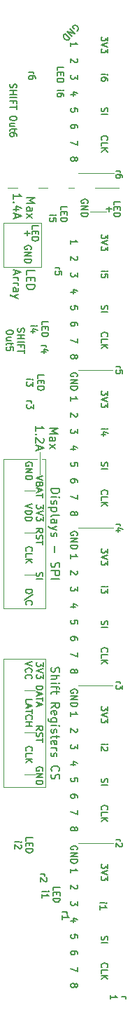
<source format=gto>
%TF.GenerationSoftware,KiCad,Pcbnew,(5.1.9)-1*%
%TF.CreationDate,2021-11-25T09:31:56+01:00*%
%TF.ProjectId,connector,636f6e6e-6563-4746-9f72-2e6b69636164,rev?*%
%TF.SameCoordinates,Original*%
%TF.FileFunction,Legend,Top*%
%TF.FilePolarity,Positive*%
%FSLAX46Y46*%
G04 Gerber Fmt 4.6, Leading zero omitted, Abs format (unit mm)*
G04 Created by KiCad (PCBNEW (5.1.9)-1) date 2021-11-25 09:31:56*
%MOMM*%
%LPD*%
G01*
G04 APERTURE LIST*
%ADD10C,0.120000*%
%ADD11C,0.150000*%
%ADD12R,2.000000X1.500000*%
%ADD13C,0.500000*%
%ADD14O,1.700000X1.700000*%
%ADD15R,1.700000X1.700000*%
%ADD16C,0.127000*%
G04 APERTURE END LIST*
D10*
X84455000Y-83185000D02*
X84023200Y-83185000D01*
X83743800Y-82321400D02*
X83743800Y-84988400D01*
D11*
X84929219Y-79429123D02*
X85929219Y-79429123D01*
X85214933Y-79762457D01*
X85929219Y-80095790D01*
X84929219Y-80095790D01*
X84929219Y-81000552D02*
X85453028Y-81000552D01*
X85548266Y-80952933D01*
X85595885Y-80857695D01*
X85595885Y-80667219D01*
X85548266Y-80571980D01*
X84976838Y-81000552D02*
X84929219Y-80905314D01*
X84929219Y-80667219D01*
X84976838Y-80571980D01*
X85072076Y-80524361D01*
X85167314Y-80524361D01*
X85262552Y-80571980D01*
X85310171Y-80667219D01*
X85310171Y-80905314D01*
X85357790Y-81000552D01*
X84929219Y-81381504D02*
X85595885Y-81905314D01*
X85595885Y-81381504D02*
X84929219Y-81905314D01*
X83279219Y-79762457D02*
X83279219Y-79191028D01*
X83279219Y-79476742D02*
X84279219Y-79476742D01*
X84136361Y-79381504D01*
X84041123Y-79286266D01*
X83993504Y-79191028D01*
X83374457Y-80191028D02*
X83326838Y-80238647D01*
X83279219Y-80191028D01*
X83326838Y-80143409D01*
X83374457Y-80191028D01*
X83279219Y-80191028D01*
X84183980Y-80619600D02*
X84231600Y-80667219D01*
X84279219Y-80762457D01*
X84279219Y-81000552D01*
X84231600Y-81095790D01*
X84183980Y-81143409D01*
X84088742Y-81191028D01*
X83993504Y-81191028D01*
X83850647Y-81143409D01*
X83279219Y-80571980D01*
X83279219Y-81191028D01*
X83564933Y-81571980D02*
X83564933Y-82048171D01*
X83279219Y-81476742D02*
X84279219Y-81810076D01*
X83279219Y-82143409D01*
X82186019Y-51588652D02*
X83186019Y-51588652D01*
X82471733Y-51921985D01*
X83186019Y-52255319D01*
X82186019Y-52255319D01*
X82186019Y-53160080D02*
X82709828Y-53160080D01*
X82805066Y-53112461D01*
X82852685Y-53017223D01*
X82852685Y-52826747D01*
X82805066Y-52731509D01*
X82233638Y-53160080D02*
X82186019Y-53064842D01*
X82186019Y-52826747D01*
X82233638Y-52731509D01*
X82328876Y-52683890D01*
X82424114Y-52683890D01*
X82519352Y-52731509D01*
X82566971Y-52826747D01*
X82566971Y-53064842D01*
X82614590Y-53160080D01*
X82186019Y-53541033D02*
X82852685Y-54064842D01*
X82852685Y-53541033D02*
X82186019Y-54064842D01*
X80536019Y-51731509D02*
X80536019Y-51160080D01*
X80536019Y-51445795D02*
X81536019Y-51445795D01*
X81393161Y-51350557D01*
X81297923Y-51255319D01*
X81250304Y-51160080D01*
X80631257Y-52160080D02*
X80583638Y-52207700D01*
X80536019Y-52160080D01*
X80583638Y-52112461D01*
X80631257Y-52160080D01*
X80536019Y-52160080D01*
X81202685Y-53064842D02*
X80536019Y-53064842D01*
X81583638Y-52826747D02*
X80869352Y-52588652D01*
X80869352Y-53207700D01*
X80821733Y-53541033D02*
X80821733Y-54017223D01*
X80536019Y-53445795D02*
X81536019Y-53779128D01*
X80536019Y-54112461D01*
D10*
X87884000Y-50419000D02*
X87249000Y-50419000D01*
X93345000Y-50419000D02*
X90424000Y-50419000D01*
X84709000Y-50419000D02*
X83566000Y-50419000D01*
X81026000Y-50419000D02*
X79883000Y-50419000D01*
X91770200Y-53314600D02*
X89890600Y-53314600D01*
X92608400Y-110490000D02*
X88392000Y-110490000D01*
X92583000Y-72390000D02*
X88417400Y-72390000D01*
X92735400Y-48590200D02*
X88392000Y-48590200D01*
X92659200Y-129540000D02*
X88392000Y-129540000D01*
X92633800Y-91440000D02*
X88417400Y-91440000D01*
D11*
X89554000Y-52222476D02*
X89592095Y-52146285D01*
X89592095Y-52032000D01*
X89554000Y-51917714D01*
X89477809Y-51841523D01*
X89401619Y-51803428D01*
X89249238Y-51765333D01*
X89134952Y-51765333D01*
X88982571Y-51803428D01*
X88906380Y-51841523D01*
X88830190Y-51917714D01*
X88792095Y-52032000D01*
X88792095Y-52108190D01*
X88830190Y-52222476D01*
X88868285Y-52260571D01*
X89134952Y-52260571D01*
X89134952Y-52108190D01*
X88792095Y-52603428D02*
X89592095Y-52603428D01*
X88792095Y-53060571D01*
X89592095Y-53060571D01*
X88792095Y-53441523D02*
X89592095Y-53441523D01*
X89592095Y-53632000D01*
X89554000Y-53746285D01*
X89477809Y-53822476D01*
X89401619Y-53860571D01*
X89249238Y-53898666D01*
X89134952Y-53898666D01*
X88982571Y-53860571D01*
X88906380Y-53822476D01*
X88830190Y-53746285D01*
X88792095Y-53632000D01*
X88792095Y-53441523D01*
X88284000Y-73177476D02*
X88322095Y-73101285D01*
X88322095Y-72987000D01*
X88284000Y-72872714D01*
X88207809Y-72796523D01*
X88131619Y-72758428D01*
X87979238Y-72720333D01*
X87864952Y-72720333D01*
X87712571Y-72758428D01*
X87636380Y-72796523D01*
X87560190Y-72872714D01*
X87522095Y-72987000D01*
X87522095Y-73063190D01*
X87560190Y-73177476D01*
X87598285Y-73215571D01*
X87864952Y-73215571D01*
X87864952Y-73063190D01*
X87522095Y-73558428D02*
X88322095Y-73558428D01*
X87522095Y-74015571D01*
X88322095Y-74015571D01*
X87522095Y-74396523D02*
X88322095Y-74396523D01*
X88322095Y-74587000D01*
X88284000Y-74701285D01*
X88207809Y-74777476D01*
X88131619Y-74815571D01*
X87979238Y-74853666D01*
X87864952Y-74853666D01*
X87712571Y-74815571D01*
X87636380Y-74777476D01*
X87560190Y-74701285D01*
X87522095Y-74587000D01*
X87522095Y-74396523D01*
X88284000Y-92354476D02*
X88322095Y-92278285D01*
X88322095Y-92164000D01*
X88284000Y-92049714D01*
X88207809Y-91973523D01*
X88131619Y-91935428D01*
X87979238Y-91897333D01*
X87864952Y-91897333D01*
X87712571Y-91935428D01*
X87636380Y-91973523D01*
X87560190Y-92049714D01*
X87522095Y-92164000D01*
X87522095Y-92240190D01*
X87560190Y-92354476D01*
X87598285Y-92392571D01*
X87864952Y-92392571D01*
X87864952Y-92240190D01*
X87522095Y-92735428D02*
X88322095Y-92735428D01*
X87522095Y-93192571D01*
X88322095Y-93192571D01*
X87522095Y-93573523D02*
X88322095Y-93573523D01*
X88322095Y-93764000D01*
X88284000Y-93878285D01*
X88207809Y-93954476D01*
X88131619Y-93992571D01*
X87979238Y-94030666D01*
X87864952Y-94030666D01*
X87712571Y-93992571D01*
X87636380Y-93954476D01*
X87560190Y-93878285D01*
X87522095Y-93764000D01*
X87522095Y-93573523D01*
X88284000Y-130327476D02*
X88322095Y-130251285D01*
X88322095Y-130137000D01*
X88284000Y-130022714D01*
X88207809Y-129946523D01*
X88131619Y-129908428D01*
X87979238Y-129870333D01*
X87864952Y-129870333D01*
X87712571Y-129908428D01*
X87636380Y-129946523D01*
X87560190Y-130022714D01*
X87522095Y-130137000D01*
X87522095Y-130213190D01*
X87560190Y-130327476D01*
X87598285Y-130365571D01*
X87864952Y-130365571D01*
X87864952Y-130213190D01*
X87522095Y-130708428D02*
X88322095Y-130708428D01*
X87522095Y-131165571D01*
X88322095Y-131165571D01*
X87522095Y-131546523D02*
X88322095Y-131546523D01*
X88322095Y-131737000D01*
X88284000Y-131851285D01*
X88207809Y-131927476D01*
X88131619Y-131965571D01*
X87979238Y-132003666D01*
X87864952Y-132003666D01*
X87712571Y-131965571D01*
X87636380Y-131927476D01*
X87560190Y-131851285D01*
X87522095Y-131737000D01*
X87522095Y-131546523D01*
X88284000Y-111404476D02*
X88322095Y-111328285D01*
X88322095Y-111214000D01*
X88284000Y-111099714D01*
X88207809Y-111023523D01*
X88131619Y-110985428D01*
X87979238Y-110947333D01*
X87864952Y-110947333D01*
X87712571Y-110985428D01*
X87636380Y-111023523D01*
X87560190Y-111099714D01*
X87522095Y-111214000D01*
X87522095Y-111290190D01*
X87560190Y-111404476D01*
X87598285Y-111442571D01*
X87864952Y-111442571D01*
X87864952Y-111290190D01*
X87522095Y-111785428D02*
X88322095Y-111785428D01*
X87522095Y-112242571D01*
X88322095Y-112242571D01*
X87522095Y-112623523D02*
X88322095Y-112623523D01*
X88322095Y-112814000D01*
X88284000Y-112928285D01*
X88207809Y-113004476D01*
X88131619Y-113042571D01*
X87979238Y-113080666D01*
X87864952Y-113080666D01*
X87712571Y-113042571D01*
X87636380Y-113004476D01*
X87560190Y-112928285D01*
X87522095Y-112814000D01*
X87522095Y-112623523D01*
X81123190Y-67348285D02*
X81085095Y-67462571D01*
X81085095Y-67653047D01*
X81123190Y-67729238D01*
X81161285Y-67767333D01*
X81237476Y-67805428D01*
X81313666Y-67805428D01*
X81389857Y-67767333D01*
X81427952Y-67729238D01*
X81466047Y-67653047D01*
X81504142Y-67500666D01*
X81542238Y-67424476D01*
X81580333Y-67386380D01*
X81656523Y-67348285D01*
X81732714Y-67348285D01*
X81808904Y-67386380D01*
X81847000Y-67424476D01*
X81885095Y-67500666D01*
X81885095Y-67691142D01*
X81847000Y-67805428D01*
X81085095Y-68148285D02*
X81885095Y-68148285D01*
X81504142Y-68148285D02*
X81504142Y-68605428D01*
X81085095Y-68605428D02*
X81885095Y-68605428D01*
X81085095Y-68986380D02*
X81885095Y-68986380D01*
X81504142Y-69634000D02*
X81504142Y-69367333D01*
X81085095Y-69367333D02*
X81885095Y-69367333D01*
X81885095Y-69748285D01*
X81885095Y-69938761D02*
X81885095Y-70395904D01*
X81085095Y-70167333D02*
X81885095Y-70167333D01*
X80535095Y-67786380D02*
X80535095Y-67938761D01*
X80497000Y-68014952D01*
X80420809Y-68091142D01*
X80268428Y-68129238D01*
X80001761Y-68129238D01*
X79849380Y-68091142D01*
X79773190Y-68014952D01*
X79735095Y-67938761D01*
X79735095Y-67786380D01*
X79773190Y-67710190D01*
X79849380Y-67634000D01*
X80001761Y-67595904D01*
X80268428Y-67595904D01*
X80420809Y-67634000D01*
X80497000Y-67710190D01*
X80535095Y-67786380D01*
X80268428Y-68814952D02*
X79735095Y-68814952D01*
X80268428Y-68472095D02*
X79849380Y-68472095D01*
X79773190Y-68510190D01*
X79735095Y-68586380D01*
X79735095Y-68700666D01*
X79773190Y-68776857D01*
X79811285Y-68814952D01*
X80268428Y-69081619D02*
X80268428Y-69386380D01*
X80535095Y-69195904D02*
X79849380Y-69195904D01*
X79773190Y-69234000D01*
X79735095Y-69310190D01*
X79735095Y-69386380D01*
X80535095Y-70034000D02*
X80535095Y-69653047D01*
X80154142Y-69614952D01*
X80192238Y-69653047D01*
X80230333Y-69729238D01*
X80230333Y-69919714D01*
X80192238Y-69995904D01*
X80154142Y-70034000D01*
X80077952Y-70072095D01*
X79887476Y-70072095D01*
X79811285Y-70034000D01*
X79773190Y-69995904D01*
X79735095Y-69919714D01*
X79735095Y-69729238D01*
X79773190Y-69653047D01*
X79811285Y-69614952D01*
X80194190Y-37840047D02*
X80156095Y-37954333D01*
X80156095Y-38144809D01*
X80194190Y-38221000D01*
X80232285Y-38259095D01*
X80308476Y-38297190D01*
X80384666Y-38297190D01*
X80460857Y-38259095D01*
X80498952Y-38221000D01*
X80537047Y-38144809D01*
X80575142Y-37992428D01*
X80613238Y-37916238D01*
X80651333Y-37878142D01*
X80727523Y-37840047D01*
X80803714Y-37840047D01*
X80879904Y-37878142D01*
X80918000Y-37916238D01*
X80956095Y-37992428D01*
X80956095Y-38182904D01*
X80918000Y-38297190D01*
X80156095Y-38640047D02*
X80956095Y-38640047D01*
X80575142Y-38640047D02*
X80575142Y-39097190D01*
X80156095Y-39097190D02*
X80956095Y-39097190D01*
X80156095Y-39478142D02*
X80956095Y-39478142D01*
X80575142Y-40125761D02*
X80575142Y-39859095D01*
X80156095Y-39859095D02*
X80956095Y-39859095D01*
X80956095Y-40240047D01*
X80956095Y-40430523D02*
X80956095Y-40887666D01*
X80156095Y-40659095D02*
X80956095Y-40659095D01*
X80956095Y-41916238D02*
X80956095Y-42068619D01*
X80918000Y-42144809D01*
X80841809Y-42221000D01*
X80689428Y-42259095D01*
X80422761Y-42259095D01*
X80270380Y-42221000D01*
X80194190Y-42144809D01*
X80156095Y-42068619D01*
X80156095Y-41916238D01*
X80194190Y-41840047D01*
X80270380Y-41763857D01*
X80422761Y-41725761D01*
X80689428Y-41725761D01*
X80841809Y-41763857D01*
X80918000Y-41840047D01*
X80956095Y-41916238D01*
X80689428Y-42944809D02*
X80156095Y-42944809D01*
X80689428Y-42601952D02*
X80270380Y-42601952D01*
X80194190Y-42640047D01*
X80156095Y-42716238D01*
X80156095Y-42830523D01*
X80194190Y-42906714D01*
X80232285Y-42944809D01*
X80689428Y-43211476D02*
X80689428Y-43516238D01*
X80956095Y-43325761D02*
X80270380Y-43325761D01*
X80194190Y-43363857D01*
X80156095Y-43440047D01*
X80156095Y-43516238D01*
X80956095Y-44125761D02*
X80956095Y-43973380D01*
X80918000Y-43897190D01*
X80879904Y-43859095D01*
X80765619Y-43782904D01*
X80613238Y-43744809D01*
X80308476Y-43744809D01*
X80232285Y-43782904D01*
X80194190Y-43821000D01*
X80156095Y-43897190D01*
X80156095Y-44049571D01*
X80194190Y-44125761D01*
X80232285Y-44163857D01*
X80308476Y-44201952D01*
X80498952Y-44201952D01*
X80575142Y-44163857D01*
X80613238Y-44125761D01*
X80651333Y-44049571D01*
X80651333Y-43897190D01*
X80613238Y-43821000D01*
X80575142Y-43782904D01*
X80498952Y-43744809D01*
X85871095Y-36201523D02*
X85871095Y-35820571D01*
X86671095Y-35820571D01*
X86290142Y-36468190D02*
X86290142Y-36734857D01*
X85871095Y-36849142D02*
X85871095Y-36468190D01*
X86671095Y-36468190D01*
X86671095Y-36849142D01*
X85871095Y-37192000D02*
X86671095Y-37192000D01*
X86671095Y-37382476D01*
X86633000Y-37496761D01*
X86556809Y-37572952D01*
X86480619Y-37611047D01*
X86328238Y-37649142D01*
X86213952Y-37649142D01*
X86061571Y-37611047D01*
X85985380Y-37572952D01*
X85909190Y-37496761D01*
X85871095Y-37382476D01*
X85871095Y-37192000D01*
X85871095Y-38601523D02*
X86404428Y-38601523D01*
X86671095Y-38601523D02*
X86633000Y-38563428D01*
X86594904Y-38601523D01*
X86633000Y-38639619D01*
X86671095Y-38601523D01*
X86594904Y-38601523D01*
X86671095Y-39325333D02*
X86671095Y-39172952D01*
X86633000Y-39096761D01*
X86594904Y-39058666D01*
X86480619Y-38982476D01*
X86328238Y-38944380D01*
X86023476Y-38944380D01*
X85947285Y-38982476D01*
X85909190Y-39020571D01*
X85871095Y-39096761D01*
X85871095Y-39249142D01*
X85909190Y-39325333D01*
X85947285Y-39363428D01*
X86023476Y-39401523D01*
X86213952Y-39401523D01*
X86290142Y-39363428D01*
X86328238Y-39325333D01*
X86366333Y-39249142D01*
X86366333Y-39096761D01*
X86328238Y-39020571D01*
X86290142Y-38982476D01*
X86213952Y-38944380D01*
X82442095Y-36391904D02*
X82975428Y-36391904D01*
X82823047Y-36391904D02*
X82899238Y-36430000D01*
X82937333Y-36468095D01*
X82975428Y-36544285D01*
X82975428Y-36620476D01*
X83242095Y-37230000D02*
X83242095Y-37077619D01*
X83204000Y-37001428D01*
X83165904Y-36963333D01*
X83051619Y-36887142D01*
X82899238Y-36849047D01*
X82594476Y-36849047D01*
X82518285Y-36887142D01*
X82480190Y-36925238D01*
X82442095Y-37001428D01*
X82442095Y-37153809D01*
X82480190Y-37230000D01*
X82518285Y-37268095D01*
X82594476Y-37306190D01*
X82784952Y-37306190D01*
X82861142Y-37268095D01*
X82899238Y-37230000D01*
X82937333Y-37153809D01*
X82937333Y-37001428D01*
X82899238Y-36925238D01*
X82861142Y-36887142D01*
X82784952Y-36849047D01*
X92144857Y-52654238D02*
X92144857Y-53263761D01*
X91840095Y-52959000D02*
X92449619Y-52959000D01*
X92729095Y-52444714D02*
X92729095Y-52063761D01*
X93529095Y-52063761D01*
X93148142Y-52711380D02*
X93148142Y-52978047D01*
X92729095Y-53092333D02*
X92729095Y-52711380D01*
X93529095Y-52711380D01*
X93529095Y-53092333D01*
X92729095Y-53435190D02*
X93529095Y-53435190D01*
X93529095Y-53625666D01*
X93491000Y-53739952D01*
X93414809Y-53816142D01*
X93338619Y-53854238D01*
X93186238Y-53892333D01*
X93071952Y-53892333D01*
X92919571Y-53854238D01*
X92843380Y-53816142D01*
X92767190Y-53739952D01*
X92729095Y-53625666D01*
X92729095Y-53435190D01*
X85617095Y-60013904D02*
X86150428Y-60013904D01*
X85998047Y-60013904D02*
X86074238Y-60052000D01*
X86112333Y-60090095D01*
X86150428Y-60166285D01*
X86150428Y-60242476D01*
X86417095Y-60890095D02*
X86417095Y-60509142D01*
X86036142Y-60471047D01*
X86074238Y-60509142D01*
X86112333Y-60585333D01*
X86112333Y-60775809D01*
X86074238Y-60852000D01*
X86036142Y-60890095D01*
X85959952Y-60928190D01*
X85769476Y-60928190D01*
X85693285Y-60890095D01*
X85655190Y-60852000D01*
X85617095Y-60775809D01*
X85617095Y-60585333D01*
X85655190Y-60509142D01*
X85693285Y-60471047D01*
X86292095Y-53039500D02*
X86292095Y-52658547D01*
X87092095Y-52658547D01*
X86711142Y-53306166D02*
X86711142Y-53572833D01*
X86292095Y-53687119D02*
X86292095Y-53306166D01*
X87092095Y-53306166D01*
X87092095Y-53687119D01*
X86292095Y-54029976D02*
X87092095Y-54029976D01*
X87092095Y-54220452D01*
X87054000Y-54334738D01*
X86977809Y-54410928D01*
X86901619Y-54449023D01*
X86749238Y-54487119D01*
X86634952Y-54487119D01*
X86482571Y-54449023D01*
X86406380Y-54410928D01*
X86330190Y-54334738D01*
X86292095Y-54220452D01*
X86292095Y-54029976D01*
X84942095Y-53687119D02*
X85475428Y-53687119D01*
X85742095Y-53687119D02*
X85704000Y-53649023D01*
X85665904Y-53687119D01*
X85704000Y-53725214D01*
X85742095Y-53687119D01*
X85665904Y-53687119D01*
X85742095Y-54449023D02*
X85742095Y-54068071D01*
X85361142Y-54029976D01*
X85399238Y-54068071D01*
X85437333Y-54144261D01*
X85437333Y-54334738D01*
X85399238Y-54410928D01*
X85361142Y-54449023D01*
X85284952Y-54487119D01*
X85094476Y-54487119D01*
X85018285Y-54449023D01*
X84980190Y-54410928D01*
X84942095Y-54334738D01*
X84942095Y-54144261D01*
X84980190Y-54068071D01*
X85018285Y-54029976D01*
X83966095Y-69411904D02*
X84499428Y-69411904D01*
X84347047Y-69411904D02*
X84423238Y-69450000D01*
X84461333Y-69488095D01*
X84499428Y-69564285D01*
X84499428Y-69640476D01*
X84499428Y-70250000D02*
X83966095Y-70250000D01*
X84804190Y-70059523D02*
X84232761Y-69869047D01*
X84232761Y-70364285D01*
X84006095Y-66922714D02*
X84006095Y-66541761D01*
X84806095Y-66541761D01*
X84425142Y-67189380D02*
X84425142Y-67456047D01*
X84006095Y-67570333D02*
X84006095Y-67189380D01*
X84806095Y-67189380D01*
X84806095Y-67570333D01*
X84006095Y-67913190D02*
X84806095Y-67913190D01*
X84806095Y-68103666D01*
X84768000Y-68217952D01*
X84691809Y-68294142D01*
X84615619Y-68332238D01*
X84463238Y-68370333D01*
X84348952Y-68370333D01*
X84196571Y-68332238D01*
X84120380Y-68294142D01*
X84044190Y-68217952D01*
X84006095Y-68103666D01*
X84006095Y-67913190D01*
X82656095Y-67056047D02*
X83189428Y-67056047D01*
X83456095Y-67056047D02*
X83418000Y-67017952D01*
X83379904Y-67056047D01*
X83418000Y-67094142D01*
X83456095Y-67056047D01*
X83379904Y-67056047D01*
X83189428Y-67779857D02*
X82656095Y-67779857D01*
X83494190Y-67589380D02*
X82922761Y-67398904D01*
X82922761Y-67894142D01*
X83498095Y-73399714D02*
X83498095Y-73018761D01*
X84298095Y-73018761D01*
X83917142Y-73666380D02*
X83917142Y-73933047D01*
X83498095Y-74047333D02*
X83498095Y-73666380D01*
X84298095Y-73666380D01*
X84298095Y-74047333D01*
X83498095Y-74390190D02*
X84298095Y-74390190D01*
X84298095Y-74580666D01*
X84260000Y-74694952D01*
X84183809Y-74771142D01*
X84107619Y-74809238D01*
X83955238Y-74847333D01*
X83840952Y-74847333D01*
X83688571Y-74809238D01*
X83612380Y-74771142D01*
X83536190Y-74694952D01*
X83498095Y-74580666D01*
X83498095Y-74390190D01*
X82148095Y-73533047D02*
X82681428Y-73533047D01*
X82948095Y-73533047D02*
X82910000Y-73494952D01*
X82871904Y-73533047D01*
X82910000Y-73571142D01*
X82948095Y-73533047D01*
X82871904Y-73533047D01*
X82948095Y-73837809D02*
X82948095Y-74333047D01*
X82643333Y-74066380D01*
X82643333Y-74180666D01*
X82605238Y-74256857D01*
X82567142Y-74294952D01*
X82490952Y-74333047D01*
X82300476Y-74333047D01*
X82224285Y-74294952D01*
X82186190Y-74256857D01*
X82148095Y-74180666D01*
X82148095Y-73952095D01*
X82186190Y-73875904D01*
X82224285Y-73837809D01*
X82188095Y-76142904D02*
X82721428Y-76142904D01*
X82569047Y-76142904D02*
X82645238Y-76181000D01*
X82683333Y-76219095D01*
X82721428Y-76295285D01*
X82721428Y-76371476D01*
X82988095Y-76561952D02*
X82988095Y-77057190D01*
X82683333Y-76790523D01*
X82683333Y-76904809D01*
X82645238Y-76981000D01*
X82607142Y-77019095D01*
X82530952Y-77057190D01*
X82340476Y-77057190D01*
X82264285Y-77019095D01*
X82226190Y-76981000D01*
X82188095Y-76904809D01*
X82188095Y-76676238D01*
X82226190Y-76600047D01*
X82264285Y-76561952D01*
X82101095Y-129279714D02*
X82101095Y-128898761D01*
X82901095Y-128898761D01*
X82520142Y-129546380D02*
X82520142Y-129813047D01*
X82101095Y-129927333D02*
X82101095Y-129546380D01*
X82901095Y-129546380D01*
X82901095Y-129927333D01*
X82101095Y-130270190D02*
X82901095Y-130270190D01*
X82901095Y-130460666D01*
X82863000Y-130574952D01*
X82786809Y-130651142D01*
X82710619Y-130689238D01*
X82558238Y-130727333D01*
X82443952Y-130727333D01*
X82291571Y-130689238D01*
X82215380Y-130651142D01*
X82139190Y-130574952D01*
X82101095Y-130460666D01*
X82101095Y-130270190D01*
X80751095Y-129413047D02*
X81284428Y-129413047D01*
X81551095Y-129413047D02*
X81513000Y-129374952D01*
X81474904Y-129413047D01*
X81513000Y-129451142D01*
X81551095Y-129413047D01*
X81474904Y-129413047D01*
X81474904Y-129755904D02*
X81513000Y-129794000D01*
X81551095Y-129870190D01*
X81551095Y-130060666D01*
X81513000Y-130136857D01*
X81474904Y-130174952D01*
X81398714Y-130213047D01*
X81322523Y-130213047D01*
X81208238Y-130174952D01*
X80751095Y-129717809D01*
X80751095Y-130213047D01*
X83839095Y-133292904D02*
X84372428Y-133292904D01*
X84220047Y-133292904D02*
X84296238Y-133331000D01*
X84334333Y-133369095D01*
X84372428Y-133445285D01*
X84372428Y-133521476D01*
X84562904Y-133750047D02*
X84601000Y-133788142D01*
X84639095Y-133864333D01*
X84639095Y-134054809D01*
X84601000Y-134131000D01*
X84562904Y-134169095D01*
X84486714Y-134207190D01*
X84410523Y-134207190D01*
X84296238Y-134169095D01*
X83839095Y-133711952D01*
X83839095Y-134207190D01*
X85403095Y-135248714D02*
X85403095Y-134867761D01*
X86203095Y-134867761D01*
X85822142Y-135515380D02*
X85822142Y-135782047D01*
X85403095Y-135896333D02*
X85403095Y-135515380D01*
X86203095Y-135515380D01*
X86203095Y-135896333D01*
X85403095Y-136239190D02*
X86203095Y-136239190D01*
X86203095Y-136429666D01*
X86165000Y-136543952D01*
X86088809Y-136620142D01*
X86012619Y-136658238D01*
X85860238Y-136696333D01*
X85745952Y-136696333D01*
X85593571Y-136658238D01*
X85517380Y-136620142D01*
X85441190Y-136543952D01*
X85403095Y-136429666D01*
X85403095Y-136239190D01*
X84053095Y-135382047D02*
X84586428Y-135382047D01*
X84853095Y-135382047D02*
X84815000Y-135343952D01*
X84776904Y-135382047D01*
X84815000Y-135420142D01*
X84853095Y-135382047D01*
X84776904Y-135382047D01*
X84053095Y-136182047D02*
X84053095Y-135724904D01*
X84053095Y-135953476D02*
X84853095Y-135953476D01*
X84738809Y-135877285D01*
X84662619Y-135801095D01*
X84624523Y-135724904D01*
X86506095Y-137864904D02*
X87039428Y-137864904D01*
X86887047Y-137864904D02*
X86963238Y-137903000D01*
X87001333Y-137941095D01*
X87039428Y-138017285D01*
X87039428Y-138093476D01*
X86506095Y-138779190D02*
X86506095Y-138322047D01*
X86506095Y-138550619D02*
X87306095Y-138550619D01*
X87191809Y-138474428D01*
X87115619Y-138398238D01*
X87077523Y-138322047D01*
X82238857Y-55575238D02*
X82238857Y-56184761D01*
X81934095Y-55880000D02*
X82543619Y-55880000D01*
D10*
X83947000Y-59944000D02*
X83947000Y-54610000D01*
X79375000Y-59944000D02*
X83947000Y-59944000D01*
X79375000Y-54610000D02*
X79375000Y-59944000D01*
X83947000Y-54610000D02*
X79375000Y-54610000D01*
D11*
X82823095Y-55365714D02*
X82823095Y-54984761D01*
X83623095Y-54984761D01*
X83242142Y-55632380D02*
X83242142Y-55899047D01*
X82823095Y-56013333D02*
X82823095Y-55632380D01*
X83623095Y-55632380D01*
X83623095Y-56013333D01*
X82823095Y-56356190D02*
X83623095Y-56356190D01*
X83623095Y-56546666D01*
X83585000Y-56660952D01*
X83508809Y-56737142D01*
X83432619Y-56775238D01*
X83280238Y-56813333D01*
X83165952Y-56813333D01*
X83013571Y-56775238D01*
X82937380Y-56737142D01*
X82861190Y-56660952D01*
X82823095Y-56546666D01*
X82823095Y-56356190D01*
X82696000Y-57810476D02*
X82734095Y-57734285D01*
X82734095Y-57620000D01*
X82696000Y-57505714D01*
X82619809Y-57429523D01*
X82543619Y-57391428D01*
X82391238Y-57353333D01*
X82276952Y-57353333D01*
X82124571Y-57391428D01*
X82048380Y-57429523D01*
X81972190Y-57505714D01*
X81934095Y-57620000D01*
X81934095Y-57696190D01*
X81972190Y-57810476D01*
X82010285Y-57848571D01*
X82276952Y-57848571D01*
X82276952Y-57696190D01*
X81934095Y-58191428D02*
X82734095Y-58191428D01*
X81934095Y-58648571D01*
X82734095Y-58648571D01*
X81934095Y-59029523D02*
X82734095Y-59029523D01*
X82734095Y-59220000D01*
X82696000Y-59334285D01*
X82619809Y-59410476D01*
X82543619Y-59448571D01*
X82391238Y-59486666D01*
X82276952Y-59486666D01*
X82124571Y-59448571D01*
X82048380Y-59410476D01*
X81972190Y-59334285D01*
X81934095Y-59220000D01*
X81934095Y-59029523D01*
X82160619Y-60882785D02*
X82160619Y-60406595D01*
X83160619Y-60406595D01*
X82684428Y-61216119D02*
X82684428Y-61549452D01*
X82160619Y-61692309D02*
X82160619Y-61216119D01*
X83160619Y-61216119D01*
X83160619Y-61692309D01*
X82160619Y-62120880D02*
X83160619Y-62120880D01*
X83160619Y-62358976D01*
X83113000Y-62501833D01*
X83017761Y-62597071D01*
X82922523Y-62644690D01*
X82732047Y-62692309D01*
X82589190Y-62692309D01*
X82398714Y-62644690D01*
X82303476Y-62597071D01*
X82208238Y-62501833D01*
X82160619Y-62358976D01*
X82160619Y-62120880D01*
X80796333Y-60358976D02*
X80796333Y-60835166D01*
X80510619Y-60263738D02*
X81510619Y-60597071D01*
X80510619Y-60930404D01*
X80510619Y-61263738D02*
X81177285Y-61263738D01*
X80986809Y-61263738D02*
X81082047Y-61311357D01*
X81129666Y-61358976D01*
X81177285Y-61454214D01*
X81177285Y-61549452D01*
X80510619Y-61882785D02*
X81177285Y-61882785D01*
X80986809Y-61882785D02*
X81082047Y-61930404D01*
X81129666Y-61978023D01*
X81177285Y-62073261D01*
X81177285Y-62168500D01*
X80510619Y-62930404D02*
X81034428Y-62930404D01*
X81129666Y-62882785D01*
X81177285Y-62787547D01*
X81177285Y-62597071D01*
X81129666Y-62501833D01*
X80558238Y-62930404D02*
X80510619Y-62835166D01*
X80510619Y-62597071D01*
X80558238Y-62501833D01*
X80653476Y-62454214D01*
X80748714Y-62454214D01*
X80843952Y-62501833D01*
X80891571Y-62597071D01*
X80891571Y-62835166D01*
X80939190Y-62930404D01*
X81177285Y-63311357D02*
X80510619Y-63549452D01*
X81177285Y-63787547D02*
X80510619Y-63549452D01*
X80272523Y-63454214D01*
X80224904Y-63406595D01*
X80177285Y-63311357D01*
X85145619Y-86749619D02*
X86145619Y-86749619D01*
X86145619Y-86987714D01*
X86098000Y-87130571D01*
X86002761Y-87225809D01*
X85907523Y-87273428D01*
X85717047Y-87321047D01*
X85574190Y-87321047D01*
X85383714Y-87273428D01*
X85288476Y-87225809D01*
X85193238Y-87130571D01*
X85145619Y-86987714D01*
X85145619Y-86749619D01*
X85145619Y-87749619D02*
X85812285Y-87749619D01*
X86145619Y-87749619D02*
X86098000Y-87702000D01*
X86050380Y-87749619D01*
X86098000Y-87797238D01*
X86145619Y-87749619D01*
X86050380Y-87749619D01*
X85193238Y-88178190D02*
X85145619Y-88273428D01*
X85145619Y-88463904D01*
X85193238Y-88559142D01*
X85288476Y-88606761D01*
X85336095Y-88606761D01*
X85431333Y-88559142D01*
X85478952Y-88463904D01*
X85478952Y-88321047D01*
X85526571Y-88225809D01*
X85621809Y-88178190D01*
X85669428Y-88178190D01*
X85764666Y-88225809D01*
X85812285Y-88321047D01*
X85812285Y-88463904D01*
X85764666Y-88559142D01*
X85812285Y-89035333D02*
X84812285Y-89035333D01*
X85764666Y-89035333D02*
X85812285Y-89130571D01*
X85812285Y-89321047D01*
X85764666Y-89416285D01*
X85717047Y-89463904D01*
X85621809Y-89511523D01*
X85336095Y-89511523D01*
X85240857Y-89463904D01*
X85193238Y-89416285D01*
X85145619Y-89321047D01*
X85145619Y-89130571D01*
X85193238Y-89035333D01*
X85145619Y-90082952D02*
X85193238Y-89987714D01*
X85288476Y-89940095D01*
X86145619Y-89940095D01*
X85145619Y-90892476D02*
X85669428Y-90892476D01*
X85764666Y-90844857D01*
X85812285Y-90749619D01*
X85812285Y-90559142D01*
X85764666Y-90463904D01*
X85193238Y-90892476D02*
X85145619Y-90797238D01*
X85145619Y-90559142D01*
X85193238Y-90463904D01*
X85288476Y-90416285D01*
X85383714Y-90416285D01*
X85478952Y-90463904D01*
X85526571Y-90559142D01*
X85526571Y-90797238D01*
X85574190Y-90892476D01*
X85812285Y-91273428D02*
X85145619Y-91511523D01*
X85812285Y-91749619D02*
X85145619Y-91511523D01*
X84907523Y-91416285D01*
X84859904Y-91368666D01*
X84812285Y-91273428D01*
X85193238Y-92082952D02*
X85145619Y-92178190D01*
X85145619Y-92368666D01*
X85193238Y-92463904D01*
X85288476Y-92511523D01*
X85336095Y-92511523D01*
X85431333Y-92463904D01*
X85478952Y-92368666D01*
X85478952Y-92225809D01*
X85526571Y-92130571D01*
X85621809Y-92082952D01*
X85669428Y-92082952D01*
X85764666Y-92130571D01*
X85812285Y-92225809D01*
X85812285Y-92368666D01*
X85764666Y-92463904D01*
X85526571Y-93702000D02*
X85526571Y-94463904D01*
X85193238Y-95654380D02*
X85145619Y-95797238D01*
X85145619Y-96035333D01*
X85193238Y-96130571D01*
X85240857Y-96178190D01*
X85336095Y-96225809D01*
X85431333Y-96225809D01*
X85526571Y-96178190D01*
X85574190Y-96130571D01*
X85621809Y-96035333D01*
X85669428Y-95844857D01*
X85717047Y-95749619D01*
X85764666Y-95702000D01*
X85859904Y-95654380D01*
X85955142Y-95654380D01*
X86050380Y-95702000D01*
X86098000Y-95749619D01*
X86145619Y-95844857D01*
X86145619Y-96082952D01*
X86098000Y-96225809D01*
X85145619Y-96654380D02*
X86145619Y-96654380D01*
X86145619Y-97035333D01*
X86098000Y-97130571D01*
X86050380Y-97178190D01*
X85955142Y-97225809D01*
X85812285Y-97225809D01*
X85717047Y-97178190D01*
X85669428Y-97130571D01*
X85621809Y-97035333D01*
X85621809Y-96654380D01*
X85145619Y-97654380D02*
X86145619Y-97654380D01*
D10*
X79375000Y-101219000D02*
X79375000Y-83185000D01*
X84455000Y-101219000D02*
X79375000Y-101219000D01*
X84455000Y-83185000D02*
X84455000Y-101219000D01*
X79375000Y-83185000D02*
X83464400Y-83185000D01*
X83185000Y-97155000D02*
X81915000Y-97155000D01*
X83185000Y-92075000D02*
X81915000Y-92075000D01*
X83185000Y-86995000D02*
X81915000Y-86995000D01*
D11*
X85193238Y-108323904D02*
X85145619Y-108466761D01*
X85145619Y-108704857D01*
X85193238Y-108800095D01*
X85240857Y-108847714D01*
X85336095Y-108895333D01*
X85431333Y-108895333D01*
X85526571Y-108847714D01*
X85574190Y-108800095D01*
X85621809Y-108704857D01*
X85669428Y-108514380D01*
X85717047Y-108419142D01*
X85764666Y-108371523D01*
X85859904Y-108323904D01*
X85955142Y-108323904D01*
X86050380Y-108371523D01*
X86098000Y-108419142D01*
X86145619Y-108514380D01*
X86145619Y-108752476D01*
X86098000Y-108895333D01*
X85145619Y-109323904D02*
X86145619Y-109323904D01*
X85145619Y-109752476D02*
X85669428Y-109752476D01*
X85764666Y-109704857D01*
X85812285Y-109609619D01*
X85812285Y-109466761D01*
X85764666Y-109371523D01*
X85717047Y-109323904D01*
X85145619Y-110228666D02*
X85812285Y-110228666D01*
X86145619Y-110228666D02*
X86098000Y-110181047D01*
X86050380Y-110228666D01*
X86098000Y-110276285D01*
X86145619Y-110228666D01*
X86050380Y-110228666D01*
X85812285Y-110562000D02*
X85812285Y-110942952D01*
X85145619Y-110704857D02*
X86002761Y-110704857D01*
X86098000Y-110752476D01*
X86145619Y-110847714D01*
X86145619Y-110942952D01*
X85812285Y-111133428D02*
X85812285Y-111514380D01*
X86145619Y-111276285D02*
X85288476Y-111276285D01*
X85193238Y-111323904D01*
X85145619Y-111419142D01*
X85145619Y-111514380D01*
X85145619Y-113181047D02*
X85621809Y-112847714D01*
X85145619Y-112609619D02*
X86145619Y-112609619D01*
X86145619Y-112990571D01*
X86098000Y-113085809D01*
X86050380Y-113133428D01*
X85955142Y-113181047D01*
X85812285Y-113181047D01*
X85717047Y-113133428D01*
X85669428Y-113085809D01*
X85621809Y-112990571D01*
X85621809Y-112609619D01*
X85193238Y-113990571D02*
X85145619Y-113895333D01*
X85145619Y-113704857D01*
X85193238Y-113609619D01*
X85288476Y-113562000D01*
X85669428Y-113562000D01*
X85764666Y-113609619D01*
X85812285Y-113704857D01*
X85812285Y-113895333D01*
X85764666Y-113990571D01*
X85669428Y-114038190D01*
X85574190Y-114038190D01*
X85478952Y-113562000D01*
X85812285Y-114895333D02*
X85002761Y-114895333D01*
X84907523Y-114847714D01*
X84859904Y-114800095D01*
X84812285Y-114704857D01*
X84812285Y-114562000D01*
X84859904Y-114466761D01*
X85193238Y-114895333D02*
X85145619Y-114800095D01*
X85145619Y-114609619D01*
X85193238Y-114514380D01*
X85240857Y-114466761D01*
X85336095Y-114419142D01*
X85621809Y-114419142D01*
X85717047Y-114466761D01*
X85764666Y-114514380D01*
X85812285Y-114609619D01*
X85812285Y-114800095D01*
X85764666Y-114895333D01*
X85145619Y-115371523D02*
X85812285Y-115371523D01*
X86145619Y-115371523D02*
X86098000Y-115323904D01*
X86050380Y-115371523D01*
X86098000Y-115419142D01*
X86145619Y-115371523D01*
X86050380Y-115371523D01*
X85193238Y-115800095D02*
X85145619Y-115895333D01*
X85145619Y-116085809D01*
X85193238Y-116181047D01*
X85288476Y-116228666D01*
X85336095Y-116228666D01*
X85431333Y-116181047D01*
X85478952Y-116085809D01*
X85478952Y-115942952D01*
X85526571Y-115847714D01*
X85621809Y-115800095D01*
X85669428Y-115800095D01*
X85764666Y-115847714D01*
X85812285Y-115942952D01*
X85812285Y-116085809D01*
X85764666Y-116181047D01*
X85812285Y-116514380D02*
X85812285Y-116895333D01*
X86145619Y-116657238D02*
X85288476Y-116657238D01*
X85193238Y-116704857D01*
X85145619Y-116800095D01*
X85145619Y-116895333D01*
X85193238Y-117609619D02*
X85145619Y-117514380D01*
X85145619Y-117323904D01*
X85193238Y-117228666D01*
X85288476Y-117181047D01*
X85669428Y-117181047D01*
X85764666Y-117228666D01*
X85812285Y-117323904D01*
X85812285Y-117514380D01*
X85764666Y-117609619D01*
X85669428Y-117657238D01*
X85574190Y-117657238D01*
X85478952Y-117181047D01*
X85145619Y-118085809D02*
X85812285Y-118085809D01*
X85621809Y-118085809D02*
X85717047Y-118133428D01*
X85764666Y-118181047D01*
X85812285Y-118276285D01*
X85812285Y-118371523D01*
X85193238Y-118657238D02*
X85145619Y-118752476D01*
X85145619Y-118942952D01*
X85193238Y-119038190D01*
X85288476Y-119085809D01*
X85336095Y-119085809D01*
X85431333Y-119038190D01*
X85478952Y-118942952D01*
X85478952Y-118800095D01*
X85526571Y-118704857D01*
X85621809Y-118657238D01*
X85669428Y-118657238D01*
X85764666Y-118704857D01*
X85812285Y-118800095D01*
X85812285Y-118942952D01*
X85764666Y-119038190D01*
X85240857Y-120847714D02*
X85193238Y-120800095D01*
X85145619Y-120657238D01*
X85145619Y-120562000D01*
X85193238Y-120419142D01*
X85288476Y-120323904D01*
X85383714Y-120276285D01*
X85574190Y-120228666D01*
X85717047Y-120228666D01*
X85907523Y-120276285D01*
X86002761Y-120323904D01*
X86098000Y-120419142D01*
X86145619Y-120562000D01*
X86145619Y-120657238D01*
X86098000Y-120800095D01*
X86050380Y-120847714D01*
X85193238Y-121228666D02*
X85145619Y-121371523D01*
X85145619Y-121609619D01*
X85193238Y-121704857D01*
X85240857Y-121752476D01*
X85336095Y-121800095D01*
X85431333Y-121800095D01*
X85526571Y-121752476D01*
X85574190Y-121704857D01*
X85621809Y-121609619D01*
X85669428Y-121419142D01*
X85717047Y-121323904D01*
X85764666Y-121276285D01*
X85859904Y-121228666D01*
X85955142Y-121228666D01*
X86050380Y-121276285D01*
X86098000Y-121323904D01*
X86145619Y-121419142D01*
X86145619Y-121657238D01*
X86098000Y-121800095D01*
D10*
X79375000Y-122809000D02*
X79375000Y-107315000D01*
X84455000Y-122809000D02*
X79375000Y-122809000D01*
X84455000Y-107315000D02*
X84455000Y-122809000D01*
X79375000Y-107315000D02*
X84455000Y-107315000D01*
X83185000Y-121285000D02*
X81915000Y-121285000D01*
X83185000Y-116205000D02*
X81915000Y-116205000D01*
X83185000Y-111125000D02*
X81915000Y-111125000D01*
D11*
X84093000Y-120802476D02*
X84131095Y-120726285D01*
X84131095Y-120612000D01*
X84093000Y-120497714D01*
X84016809Y-120421523D01*
X83940619Y-120383428D01*
X83788238Y-120345333D01*
X83673952Y-120345333D01*
X83521571Y-120383428D01*
X83445380Y-120421523D01*
X83369190Y-120497714D01*
X83331095Y-120612000D01*
X83331095Y-120688190D01*
X83369190Y-120802476D01*
X83407285Y-120840571D01*
X83673952Y-120840571D01*
X83673952Y-120688190D01*
X83331095Y-121183428D02*
X84131095Y-121183428D01*
X83331095Y-121640571D01*
X84131095Y-121640571D01*
X83331095Y-122021523D02*
X84131095Y-122021523D01*
X84131095Y-122212000D01*
X84093000Y-122326285D01*
X84016809Y-122402476D01*
X83940619Y-122440571D01*
X83788238Y-122478666D01*
X83673952Y-122478666D01*
X83521571Y-122440571D01*
X83445380Y-122402476D01*
X83369190Y-122326285D01*
X83331095Y-122212000D01*
X83331095Y-122021523D01*
X82137285Y-118395809D02*
X82099190Y-118357714D01*
X82061095Y-118243428D01*
X82061095Y-118167238D01*
X82099190Y-118052952D01*
X82175380Y-117976761D01*
X82251571Y-117938666D01*
X82403952Y-117900571D01*
X82518238Y-117900571D01*
X82670619Y-117938666D01*
X82746809Y-117976761D01*
X82823000Y-118052952D01*
X82861095Y-118167238D01*
X82861095Y-118243428D01*
X82823000Y-118357714D01*
X82784904Y-118395809D01*
X82061095Y-119119619D02*
X82061095Y-118738666D01*
X82861095Y-118738666D01*
X82061095Y-119386285D02*
X82861095Y-119386285D01*
X82061095Y-119843428D02*
X82518238Y-119500571D01*
X82861095Y-119843428D02*
X82403952Y-119386285D01*
X83331095Y-115893904D02*
X83712047Y-115627238D01*
X83331095Y-115436761D02*
X84131095Y-115436761D01*
X84131095Y-115741523D01*
X84093000Y-115817714D01*
X84054904Y-115855809D01*
X83978714Y-115893904D01*
X83864428Y-115893904D01*
X83788238Y-115855809D01*
X83750142Y-115817714D01*
X83712047Y-115741523D01*
X83712047Y-115436761D01*
X83369190Y-116198666D02*
X83331095Y-116312952D01*
X83331095Y-116503428D01*
X83369190Y-116579619D01*
X83407285Y-116617714D01*
X83483476Y-116655809D01*
X83559666Y-116655809D01*
X83635857Y-116617714D01*
X83673952Y-116579619D01*
X83712047Y-116503428D01*
X83750142Y-116351047D01*
X83788238Y-116274857D01*
X83826333Y-116236761D01*
X83902523Y-116198666D01*
X83978714Y-116198666D01*
X84054904Y-116236761D01*
X84093000Y-116274857D01*
X84131095Y-116351047D01*
X84131095Y-116541523D01*
X84093000Y-116655809D01*
X84131095Y-116884380D02*
X84131095Y-117341523D01*
X83331095Y-117112952D02*
X84131095Y-117112952D01*
X82061095Y-112572952D02*
X82061095Y-112192000D01*
X82861095Y-112192000D01*
X82289666Y-112801523D02*
X82289666Y-113182476D01*
X82061095Y-112725333D02*
X82861095Y-112992000D01*
X82061095Y-113258666D01*
X82861095Y-113411047D02*
X82861095Y-113868190D01*
X82061095Y-113639619D02*
X82861095Y-113639619D01*
X82137285Y-114592000D02*
X82099190Y-114553904D01*
X82061095Y-114439619D01*
X82061095Y-114363428D01*
X82099190Y-114249142D01*
X82175380Y-114172952D01*
X82251571Y-114134857D01*
X82403952Y-114096761D01*
X82518238Y-114096761D01*
X82670619Y-114134857D01*
X82746809Y-114172952D01*
X82823000Y-114249142D01*
X82861095Y-114363428D01*
X82861095Y-114439619D01*
X82823000Y-114553904D01*
X82784904Y-114592000D01*
X82061095Y-114934857D02*
X82861095Y-114934857D01*
X82480142Y-114934857D02*
X82480142Y-115392000D01*
X82061095Y-115392000D02*
X82861095Y-115392000D01*
X83331095Y-110560000D02*
X84131095Y-110560000D01*
X84131095Y-110750476D01*
X84093000Y-110864761D01*
X84016809Y-110940952D01*
X83940619Y-110979047D01*
X83788238Y-111017142D01*
X83673952Y-111017142D01*
X83521571Y-110979047D01*
X83445380Y-110940952D01*
X83369190Y-110864761D01*
X83331095Y-110750476D01*
X83331095Y-110560000D01*
X83559666Y-111321904D02*
X83559666Y-111702857D01*
X83331095Y-111245714D02*
X84131095Y-111512380D01*
X83331095Y-111779047D01*
X84131095Y-111931428D02*
X84131095Y-112388571D01*
X83331095Y-112160000D02*
X84131095Y-112160000D01*
X83559666Y-112617142D02*
X83559666Y-112998095D01*
X83331095Y-112540952D02*
X84131095Y-112807619D01*
X83331095Y-113074285D01*
X84171095Y-107721523D02*
X84171095Y-108216761D01*
X83866333Y-107950095D01*
X83866333Y-108064380D01*
X83828238Y-108140571D01*
X83790142Y-108178666D01*
X83713952Y-108216761D01*
X83523476Y-108216761D01*
X83447285Y-108178666D01*
X83409190Y-108140571D01*
X83371095Y-108064380D01*
X83371095Y-107835809D01*
X83409190Y-107759619D01*
X83447285Y-107721523D01*
X84171095Y-108445333D02*
X83371095Y-108712000D01*
X84171095Y-108978666D01*
X84171095Y-109169142D02*
X84171095Y-109664380D01*
X83866333Y-109397714D01*
X83866333Y-109512000D01*
X83828238Y-109588190D01*
X83790142Y-109626285D01*
X83713952Y-109664380D01*
X83523476Y-109664380D01*
X83447285Y-109626285D01*
X83409190Y-109588190D01*
X83371095Y-109512000D01*
X83371095Y-109283428D01*
X83409190Y-109207238D01*
X83447285Y-109169142D01*
X82821095Y-107645333D02*
X82021095Y-107912000D01*
X82821095Y-108178666D01*
X82097285Y-108902476D02*
X82059190Y-108864380D01*
X82021095Y-108750095D01*
X82021095Y-108673904D01*
X82059190Y-108559619D01*
X82135380Y-108483428D01*
X82211571Y-108445333D01*
X82363952Y-108407238D01*
X82478238Y-108407238D01*
X82630619Y-108445333D01*
X82706809Y-108483428D01*
X82783000Y-108559619D01*
X82821095Y-108673904D01*
X82821095Y-108750095D01*
X82783000Y-108864380D01*
X82744904Y-108902476D01*
X82097285Y-109702476D02*
X82059190Y-109664380D01*
X82021095Y-109550095D01*
X82021095Y-109473904D01*
X82059190Y-109359619D01*
X82135380Y-109283428D01*
X82211571Y-109245333D01*
X82363952Y-109207238D01*
X82478238Y-109207238D01*
X82630619Y-109245333D01*
X82706809Y-109283428D01*
X82783000Y-109359619D01*
X82821095Y-109473904D01*
X82821095Y-109550095D01*
X82783000Y-109664380D01*
X82744904Y-109702476D01*
X82823000Y-83972476D02*
X82861095Y-83896285D01*
X82861095Y-83782000D01*
X82823000Y-83667714D01*
X82746809Y-83591523D01*
X82670619Y-83553428D01*
X82518238Y-83515333D01*
X82403952Y-83515333D01*
X82251571Y-83553428D01*
X82175380Y-83591523D01*
X82099190Y-83667714D01*
X82061095Y-83782000D01*
X82061095Y-83858190D01*
X82099190Y-83972476D01*
X82137285Y-84010571D01*
X82403952Y-84010571D01*
X82403952Y-83858190D01*
X82061095Y-84353428D02*
X82861095Y-84353428D01*
X82061095Y-84810571D01*
X82861095Y-84810571D01*
X82061095Y-85191523D02*
X82861095Y-85191523D01*
X82861095Y-85382000D01*
X82823000Y-85496285D01*
X82746809Y-85572476D01*
X82670619Y-85610571D01*
X82518238Y-85648666D01*
X82403952Y-85648666D01*
X82251571Y-85610571D01*
X82175380Y-85572476D01*
X82099190Y-85496285D01*
X82061095Y-85382000D01*
X82061095Y-85191523D01*
X82061095Y-98945809D02*
X82861095Y-98945809D01*
X82861095Y-99136285D01*
X82823000Y-99250571D01*
X82746809Y-99326761D01*
X82670619Y-99364857D01*
X82518238Y-99402952D01*
X82403952Y-99402952D01*
X82251571Y-99364857D01*
X82175380Y-99326761D01*
X82099190Y-99250571D01*
X82061095Y-99136285D01*
X82061095Y-98945809D01*
X82937285Y-99479142D02*
X81908714Y-100164857D01*
X82137285Y-100736285D02*
X82099190Y-100698190D01*
X82061095Y-100583904D01*
X82061095Y-100507714D01*
X82099190Y-100393428D01*
X82175380Y-100317238D01*
X82251571Y-100279142D01*
X82403952Y-100241047D01*
X82518238Y-100241047D01*
X82670619Y-100279142D01*
X82746809Y-100317238D01*
X82823000Y-100393428D01*
X82861095Y-100507714D01*
X82861095Y-100583904D01*
X82823000Y-100698190D01*
X82784904Y-100736285D01*
X83369190Y-96862952D02*
X83331095Y-96977238D01*
X83331095Y-97167714D01*
X83369190Y-97243904D01*
X83407285Y-97282000D01*
X83483476Y-97320095D01*
X83559666Y-97320095D01*
X83635857Y-97282000D01*
X83673952Y-97243904D01*
X83712047Y-97167714D01*
X83750142Y-97015333D01*
X83788238Y-96939142D01*
X83826333Y-96901047D01*
X83902523Y-96862952D01*
X83978714Y-96862952D01*
X84054904Y-96901047D01*
X84093000Y-96939142D01*
X84131095Y-97015333D01*
X84131095Y-97205809D01*
X84093000Y-97320095D01*
X83331095Y-97662952D02*
X84131095Y-97662952D01*
X82137285Y-94265809D02*
X82099190Y-94227714D01*
X82061095Y-94113428D01*
X82061095Y-94037238D01*
X82099190Y-93922952D01*
X82175380Y-93846761D01*
X82251571Y-93808666D01*
X82403952Y-93770571D01*
X82518238Y-93770571D01*
X82670619Y-93808666D01*
X82746809Y-93846761D01*
X82823000Y-93922952D01*
X82861095Y-94037238D01*
X82861095Y-94113428D01*
X82823000Y-94227714D01*
X82784904Y-94265809D01*
X82061095Y-94989619D02*
X82061095Y-94608666D01*
X82861095Y-94608666D01*
X82061095Y-95256285D02*
X82861095Y-95256285D01*
X82061095Y-95713428D02*
X82518238Y-95370571D01*
X82861095Y-95713428D02*
X82403952Y-95256285D01*
X83331095Y-92017904D02*
X83712047Y-91751238D01*
X83331095Y-91560761D02*
X84131095Y-91560761D01*
X84131095Y-91865523D01*
X84093000Y-91941714D01*
X84054904Y-91979809D01*
X83978714Y-92017904D01*
X83864428Y-92017904D01*
X83788238Y-91979809D01*
X83750142Y-91941714D01*
X83712047Y-91865523D01*
X83712047Y-91560761D01*
X83369190Y-92322666D02*
X83331095Y-92436952D01*
X83331095Y-92627428D01*
X83369190Y-92703619D01*
X83407285Y-92741714D01*
X83483476Y-92779809D01*
X83559666Y-92779809D01*
X83635857Y-92741714D01*
X83673952Y-92703619D01*
X83712047Y-92627428D01*
X83750142Y-92475047D01*
X83788238Y-92398857D01*
X83826333Y-92360761D01*
X83902523Y-92322666D01*
X83978714Y-92322666D01*
X84054904Y-92360761D01*
X84093000Y-92398857D01*
X84131095Y-92475047D01*
X84131095Y-92665523D01*
X84093000Y-92779809D01*
X84131095Y-93008380D02*
X84131095Y-93465523D01*
X83331095Y-93236952D02*
X84131095Y-93236952D01*
X84171095Y-88671523D02*
X84171095Y-89166761D01*
X83866333Y-88900095D01*
X83866333Y-89014380D01*
X83828238Y-89090571D01*
X83790142Y-89128666D01*
X83713952Y-89166761D01*
X83523476Y-89166761D01*
X83447285Y-89128666D01*
X83409190Y-89090571D01*
X83371095Y-89014380D01*
X83371095Y-88785809D01*
X83409190Y-88709619D01*
X83447285Y-88671523D01*
X84171095Y-89395333D02*
X83371095Y-89662000D01*
X84171095Y-89928666D01*
X84171095Y-90119142D02*
X84171095Y-90614380D01*
X83866333Y-90347714D01*
X83866333Y-90462000D01*
X83828238Y-90538190D01*
X83790142Y-90576285D01*
X83713952Y-90614380D01*
X83523476Y-90614380D01*
X83447285Y-90576285D01*
X83409190Y-90538190D01*
X83371095Y-90462000D01*
X83371095Y-90233428D01*
X83409190Y-90157238D01*
X83447285Y-90119142D01*
X82821095Y-88595333D02*
X82021095Y-88862000D01*
X82821095Y-89128666D01*
X82021095Y-89395333D02*
X82821095Y-89395333D01*
X82821095Y-89585809D01*
X82783000Y-89700095D01*
X82706809Y-89776285D01*
X82630619Y-89814380D01*
X82478238Y-89852476D01*
X82363952Y-89852476D01*
X82211571Y-89814380D01*
X82135380Y-89776285D01*
X82059190Y-89700095D01*
X82021095Y-89585809D01*
X82021095Y-89395333D01*
X82021095Y-90195333D02*
X82821095Y-90195333D01*
X82821095Y-90385809D01*
X82783000Y-90500095D01*
X82706809Y-90576285D01*
X82630619Y-90614380D01*
X82478238Y-90652476D01*
X82363952Y-90652476D01*
X82211571Y-90614380D01*
X82135380Y-90576285D01*
X82059190Y-90500095D01*
X82021095Y-90385809D01*
X82021095Y-90195333D01*
X84131095Y-85172714D02*
X83331095Y-85439380D01*
X84131095Y-85706047D01*
X83750142Y-86239380D02*
X83712047Y-86353666D01*
X83673952Y-86391761D01*
X83597761Y-86429857D01*
X83483476Y-86429857D01*
X83407285Y-86391761D01*
X83369190Y-86353666D01*
X83331095Y-86277476D01*
X83331095Y-85972714D01*
X84131095Y-85972714D01*
X84131095Y-86239380D01*
X84093000Y-86315571D01*
X84054904Y-86353666D01*
X83978714Y-86391761D01*
X83902523Y-86391761D01*
X83826333Y-86353666D01*
X83788238Y-86315571D01*
X83750142Y-86239380D01*
X83750142Y-85972714D01*
X83559666Y-86734619D02*
X83559666Y-87115571D01*
X83331095Y-86658428D02*
X84131095Y-86925095D01*
X83331095Y-87191761D01*
X84131095Y-87344142D02*
X84131095Y-87801285D01*
X83331095Y-87572714D02*
X84131095Y-87572714D01*
X91205095Y-36703047D02*
X91738428Y-36703047D01*
X92005095Y-36703047D02*
X91967000Y-36664952D01*
X91928904Y-36703047D01*
X91967000Y-36741142D01*
X92005095Y-36703047D01*
X91928904Y-36703047D01*
X92005095Y-37426857D02*
X92005095Y-37274476D01*
X91967000Y-37198285D01*
X91928904Y-37160190D01*
X91814619Y-37084000D01*
X91662238Y-37045904D01*
X91357476Y-37045904D01*
X91281285Y-37084000D01*
X91243190Y-37122095D01*
X91205095Y-37198285D01*
X91205095Y-37350666D01*
X91243190Y-37426857D01*
X91281285Y-37464952D01*
X91357476Y-37503047D01*
X91547952Y-37503047D01*
X91624142Y-37464952D01*
X91662238Y-37426857D01*
X91700333Y-37350666D01*
X91700333Y-37198285D01*
X91662238Y-37122095D01*
X91624142Y-37084000D01*
X91547952Y-37045904D01*
X91205095Y-60452047D02*
X91738428Y-60452047D01*
X92005095Y-60452047D02*
X91967000Y-60413952D01*
X91928904Y-60452047D01*
X91967000Y-60490142D01*
X92005095Y-60452047D01*
X91928904Y-60452047D01*
X92005095Y-61213952D02*
X92005095Y-60833000D01*
X91624142Y-60794904D01*
X91662238Y-60833000D01*
X91700333Y-60909190D01*
X91700333Y-61099666D01*
X91662238Y-61175857D01*
X91624142Y-61213952D01*
X91547952Y-61252047D01*
X91357476Y-61252047D01*
X91281285Y-61213952D01*
X91243190Y-61175857D01*
X91205095Y-61099666D01*
X91205095Y-60909190D01*
X91243190Y-60833000D01*
X91281285Y-60794904D01*
X91205095Y-79502047D02*
X91738428Y-79502047D01*
X92005095Y-79502047D02*
X91967000Y-79463952D01*
X91928904Y-79502047D01*
X91967000Y-79540142D01*
X92005095Y-79502047D01*
X91928904Y-79502047D01*
X91738428Y-80225857D02*
X91205095Y-80225857D01*
X92043190Y-80035380D02*
X91471761Y-79844904D01*
X91471761Y-80340142D01*
X91205095Y-98552047D02*
X91738428Y-98552047D01*
X92005095Y-98552047D02*
X91967000Y-98513952D01*
X91928904Y-98552047D01*
X91967000Y-98590142D01*
X92005095Y-98552047D01*
X91928904Y-98552047D01*
X92005095Y-98856809D02*
X92005095Y-99352047D01*
X91700333Y-99085380D01*
X91700333Y-99199666D01*
X91662238Y-99275857D01*
X91624142Y-99313952D01*
X91547952Y-99352047D01*
X91357476Y-99352047D01*
X91281285Y-99313952D01*
X91243190Y-99275857D01*
X91205095Y-99199666D01*
X91205095Y-98971095D01*
X91243190Y-98894904D01*
X91281285Y-98856809D01*
X91205095Y-117602047D02*
X91738428Y-117602047D01*
X92005095Y-117602047D02*
X91967000Y-117563952D01*
X91928904Y-117602047D01*
X91967000Y-117640142D01*
X92005095Y-117602047D01*
X91928904Y-117602047D01*
X91928904Y-117944904D02*
X91967000Y-117983000D01*
X92005095Y-118059190D01*
X92005095Y-118249666D01*
X91967000Y-118325857D01*
X91928904Y-118363952D01*
X91852714Y-118402047D01*
X91776523Y-118402047D01*
X91662238Y-118363952D01*
X91205095Y-117906809D01*
X91205095Y-118402047D01*
X91078095Y-136779047D02*
X91611428Y-136779047D01*
X91878095Y-136779047D02*
X91840000Y-136740952D01*
X91801904Y-136779047D01*
X91840000Y-136817142D01*
X91878095Y-136779047D01*
X91801904Y-136779047D01*
X91078095Y-137579047D02*
X91078095Y-137121904D01*
X91078095Y-137350476D02*
X91878095Y-137350476D01*
X91763809Y-137274285D01*
X91687619Y-137198095D01*
X91649523Y-137121904D01*
X91281285Y-144557809D02*
X91243190Y-144519714D01*
X91205095Y-144405428D01*
X91205095Y-144329238D01*
X91243190Y-144214952D01*
X91319380Y-144138761D01*
X91395571Y-144100666D01*
X91547952Y-144062571D01*
X91662238Y-144062571D01*
X91814619Y-144100666D01*
X91890809Y-144138761D01*
X91967000Y-144214952D01*
X92005095Y-144329238D01*
X92005095Y-144405428D01*
X91967000Y-144519714D01*
X91928904Y-144557809D01*
X91205095Y-145281619D02*
X91205095Y-144900666D01*
X92005095Y-144900666D01*
X91205095Y-145548285D02*
X92005095Y-145548285D01*
X91205095Y-146005428D02*
X91662238Y-145662571D01*
X92005095Y-146005428D02*
X91547952Y-145548285D01*
X91281285Y-125507809D02*
X91243190Y-125469714D01*
X91205095Y-125355428D01*
X91205095Y-125279238D01*
X91243190Y-125164952D01*
X91319380Y-125088761D01*
X91395571Y-125050666D01*
X91547952Y-125012571D01*
X91662238Y-125012571D01*
X91814619Y-125050666D01*
X91890809Y-125088761D01*
X91967000Y-125164952D01*
X92005095Y-125279238D01*
X92005095Y-125355428D01*
X91967000Y-125469714D01*
X91928904Y-125507809D01*
X91205095Y-126231619D02*
X91205095Y-125850666D01*
X92005095Y-125850666D01*
X91205095Y-126498285D02*
X92005095Y-126498285D01*
X91205095Y-126955428D02*
X91662238Y-126612571D01*
X92005095Y-126955428D02*
X91547952Y-126498285D01*
X91281285Y-106457809D02*
X91243190Y-106419714D01*
X91205095Y-106305428D01*
X91205095Y-106229238D01*
X91243190Y-106114952D01*
X91319380Y-106038761D01*
X91395571Y-106000666D01*
X91547952Y-105962571D01*
X91662238Y-105962571D01*
X91814619Y-106000666D01*
X91890809Y-106038761D01*
X91967000Y-106114952D01*
X92005095Y-106229238D01*
X92005095Y-106305428D01*
X91967000Y-106419714D01*
X91928904Y-106457809D01*
X91205095Y-107181619D02*
X91205095Y-106800666D01*
X92005095Y-106800666D01*
X91205095Y-107448285D02*
X92005095Y-107448285D01*
X91205095Y-107905428D02*
X91662238Y-107562571D01*
X92005095Y-107905428D02*
X91547952Y-107448285D01*
X91281285Y-87407809D02*
X91243190Y-87369714D01*
X91205095Y-87255428D01*
X91205095Y-87179238D01*
X91243190Y-87064952D01*
X91319380Y-86988761D01*
X91395571Y-86950666D01*
X91547952Y-86912571D01*
X91662238Y-86912571D01*
X91814619Y-86950666D01*
X91890809Y-86988761D01*
X91967000Y-87064952D01*
X92005095Y-87179238D01*
X92005095Y-87255428D01*
X91967000Y-87369714D01*
X91928904Y-87407809D01*
X91205095Y-88131619D02*
X91205095Y-87750666D01*
X92005095Y-87750666D01*
X91205095Y-88398285D02*
X92005095Y-88398285D01*
X91205095Y-88855428D02*
X91662238Y-88512571D01*
X92005095Y-88855428D02*
X91547952Y-88398285D01*
X91281285Y-68357809D02*
X91243190Y-68319714D01*
X91205095Y-68205428D01*
X91205095Y-68129238D01*
X91243190Y-68014952D01*
X91319380Y-67938761D01*
X91395571Y-67900666D01*
X91547952Y-67862571D01*
X91662238Y-67862571D01*
X91814619Y-67900666D01*
X91890809Y-67938761D01*
X91967000Y-68014952D01*
X92005095Y-68129238D01*
X92005095Y-68205428D01*
X91967000Y-68319714D01*
X91928904Y-68357809D01*
X91205095Y-69081619D02*
X91205095Y-68700666D01*
X92005095Y-68700666D01*
X91205095Y-69348285D02*
X92005095Y-69348285D01*
X91205095Y-69805428D02*
X91662238Y-69462571D01*
X92005095Y-69805428D02*
X91547952Y-69348285D01*
X91281285Y-44608809D02*
X91243190Y-44570714D01*
X91205095Y-44456428D01*
X91205095Y-44380238D01*
X91243190Y-44265952D01*
X91319380Y-44189761D01*
X91395571Y-44151666D01*
X91547952Y-44113571D01*
X91662238Y-44113571D01*
X91814619Y-44151666D01*
X91890809Y-44189761D01*
X91967000Y-44265952D01*
X92005095Y-44380238D01*
X92005095Y-44456428D01*
X91967000Y-44570714D01*
X91928904Y-44608809D01*
X91205095Y-45332619D02*
X91205095Y-44951666D01*
X92005095Y-44951666D01*
X91205095Y-45599285D02*
X92005095Y-45599285D01*
X91205095Y-46056428D02*
X91662238Y-45713571D01*
X92005095Y-46056428D02*
X91547952Y-45599285D01*
X91243190Y-40728952D02*
X91205095Y-40843238D01*
X91205095Y-41033714D01*
X91243190Y-41109904D01*
X91281285Y-41148000D01*
X91357476Y-41186095D01*
X91433666Y-41186095D01*
X91509857Y-41148000D01*
X91547952Y-41109904D01*
X91586047Y-41033714D01*
X91624142Y-40881333D01*
X91662238Y-40805142D01*
X91700333Y-40767047D01*
X91776523Y-40728952D01*
X91852714Y-40728952D01*
X91928904Y-40767047D01*
X91967000Y-40805142D01*
X92005095Y-40881333D01*
X92005095Y-41071809D01*
X91967000Y-41186095D01*
X91205095Y-41528952D02*
X92005095Y-41528952D01*
X91243190Y-64604952D02*
X91205095Y-64719238D01*
X91205095Y-64909714D01*
X91243190Y-64985904D01*
X91281285Y-65024000D01*
X91357476Y-65062095D01*
X91433666Y-65062095D01*
X91509857Y-65024000D01*
X91547952Y-64985904D01*
X91586047Y-64909714D01*
X91624142Y-64757333D01*
X91662238Y-64681142D01*
X91700333Y-64643047D01*
X91776523Y-64604952D01*
X91852714Y-64604952D01*
X91928904Y-64643047D01*
X91967000Y-64681142D01*
X92005095Y-64757333D01*
X92005095Y-64947809D01*
X91967000Y-65062095D01*
X91205095Y-65404952D02*
X92005095Y-65404952D01*
X91243190Y-83527952D02*
X91205095Y-83642238D01*
X91205095Y-83832714D01*
X91243190Y-83908904D01*
X91281285Y-83947000D01*
X91357476Y-83985095D01*
X91433666Y-83985095D01*
X91509857Y-83947000D01*
X91547952Y-83908904D01*
X91586047Y-83832714D01*
X91624142Y-83680333D01*
X91662238Y-83604142D01*
X91700333Y-83566047D01*
X91776523Y-83527952D01*
X91852714Y-83527952D01*
X91928904Y-83566047D01*
X91967000Y-83604142D01*
X92005095Y-83680333D01*
X92005095Y-83870809D01*
X91967000Y-83985095D01*
X91205095Y-84327952D02*
X92005095Y-84327952D01*
X91243190Y-102704952D02*
X91205095Y-102819238D01*
X91205095Y-103009714D01*
X91243190Y-103085904D01*
X91281285Y-103124000D01*
X91357476Y-103162095D01*
X91433666Y-103162095D01*
X91509857Y-103124000D01*
X91547952Y-103085904D01*
X91586047Y-103009714D01*
X91624142Y-102857333D01*
X91662238Y-102781142D01*
X91700333Y-102743047D01*
X91776523Y-102704952D01*
X91852714Y-102704952D01*
X91928904Y-102743047D01*
X91967000Y-102781142D01*
X92005095Y-102857333D01*
X92005095Y-103047809D01*
X91967000Y-103162095D01*
X91205095Y-103504952D02*
X92005095Y-103504952D01*
X91243190Y-121754952D02*
X91205095Y-121869238D01*
X91205095Y-122059714D01*
X91243190Y-122135904D01*
X91281285Y-122174000D01*
X91357476Y-122212095D01*
X91433666Y-122212095D01*
X91509857Y-122174000D01*
X91547952Y-122135904D01*
X91586047Y-122059714D01*
X91624142Y-121907333D01*
X91662238Y-121831142D01*
X91700333Y-121793047D01*
X91776523Y-121754952D01*
X91852714Y-121754952D01*
X91928904Y-121793047D01*
X91967000Y-121831142D01*
X92005095Y-121907333D01*
X92005095Y-122097809D01*
X91967000Y-122212095D01*
X91205095Y-122554952D02*
X92005095Y-122554952D01*
X91243190Y-140804952D02*
X91205095Y-140919238D01*
X91205095Y-141109714D01*
X91243190Y-141185904D01*
X91281285Y-141224000D01*
X91357476Y-141262095D01*
X91433666Y-141262095D01*
X91509857Y-141224000D01*
X91547952Y-141185904D01*
X91586047Y-141109714D01*
X91624142Y-140957333D01*
X91662238Y-140881142D01*
X91700333Y-140843047D01*
X91776523Y-140804952D01*
X91852714Y-140804952D01*
X91928904Y-140843047D01*
X91967000Y-140881142D01*
X92005095Y-140957333D01*
X92005095Y-141147809D01*
X91967000Y-141262095D01*
X91205095Y-141604952D02*
X92005095Y-141604952D01*
X92005095Y-132105523D02*
X92005095Y-132600761D01*
X91700333Y-132334095D01*
X91700333Y-132448380D01*
X91662238Y-132524571D01*
X91624142Y-132562666D01*
X91547952Y-132600761D01*
X91357476Y-132600761D01*
X91281285Y-132562666D01*
X91243190Y-132524571D01*
X91205095Y-132448380D01*
X91205095Y-132219809D01*
X91243190Y-132143619D01*
X91281285Y-132105523D01*
X92005095Y-132829333D02*
X91205095Y-133096000D01*
X92005095Y-133362666D01*
X92005095Y-133553142D02*
X92005095Y-134048380D01*
X91700333Y-133781714D01*
X91700333Y-133896000D01*
X91662238Y-133972190D01*
X91624142Y-134010285D01*
X91547952Y-134048380D01*
X91357476Y-134048380D01*
X91281285Y-134010285D01*
X91243190Y-133972190D01*
X91205095Y-133896000D01*
X91205095Y-133667428D01*
X91243190Y-133591238D01*
X91281285Y-133553142D01*
X92005095Y-113055523D02*
X92005095Y-113550761D01*
X91700333Y-113284095D01*
X91700333Y-113398380D01*
X91662238Y-113474571D01*
X91624142Y-113512666D01*
X91547952Y-113550761D01*
X91357476Y-113550761D01*
X91281285Y-113512666D01*
X91243190Y-113474571D01*
X91205095Y-113398380D01*
X91205095Y-113169809D01*
X91243190Y-113093619D01*
X91281285Y-113055523D01*
X92005095Y-113779333D02*
X91205095Y-114046000D01*
X92005095Y-114312666D01*
X92005095Y-114503142D02*
X92005095Y-114998380D01*
X91700333Y-114731714D01*
X91700333Y-114846000D01*
X91662238Y-114922190D01*
X91624142Y-114960285D01*
X91547952Y-114998380D01*
X91357476Y-114998380D01*
X91281285Y-114960285D01*
X91243190Y-114922190D01*
X91205095Y-114846000D01*
X91205095Y-114617428D01*
X91243190Y-114541238D01*
X91281285Y-114503142D01*
X92005095Y-94005523D02*
X92005095Y-94500761D01*
X91700333Y-94234095D01*
X91700333Y-94348380D01*
X91662238Y-94424571D01*
X91624142Y-94462666D01*
X91547952Y-94500761D01*
X91357476Y-94500761D01*
X91281285Y-94462666D01*
X91243190Y-94424571D01*
X91205095Y-94348380D01*
X91205095Y-94119809D01*
X91243190Y-94043619D01*
X91281285Y-94005523D01*
X92005095Y-94729333D02*
X91205095Y-94996000D01*
X92005095Y-95262666D01*
X92005095Y-95453142D02*
X92005095Y-95948380D01*
X91700333Y-95681714D01*
X91700333Y-95796000D01*
X91662238Y-95872190D01*
X91624142Y-95910285D01*
X91547952Y-95948380D01*
X91357476Y-95948380D01*
X91281285Y-95910285D01*
X91243190Y-95872190D01*
X91205095Y-95796000D01*
X91205095Y-95567428D01*
X91243190Y-95491238D01*
X91281285Y-95453142D01*
X92005095Y-74955523D02*
X92005095Y-75450761D01*
X91700333Y-75184095D01*
X91700333Y-75298380D01*
X91662238Y-75374571D01*
X91624142Y-75412666D01*
X91547952Y-75450761D01*
X91357476Y-75450761D01*
X91281285Y-75412666D01*
X91243190Y-75374571D01*
X91205095Y-75298380D01*
X91205095Y-75069809D01*
X91243190Y-74993619D01*
X91281285Y-74955523D01*
X92005095Y-75679333D02*
X91205095Y-75946000D01*
X92005095Y-76212666D01*
X92005095Y-76403142D02*
X92005095Y-76898380D01*
X91700333Y-76631714D01*
X91700333Y-76746000D01*
X91662238Y-76822190D01*
X91624142Y-76860285D01*
X91547952Y-76898380D01*
X91357476Y-76898380D01*
X91281285Y-76860285D01*
X91243190Y-76822190D01*
X91205095Y-76746000D01*
X91205095Y-76517428D01*
X91243190Y-76441238D01*
X91281285Y-76403142D01*
X92005095Y-56032523D02*
X92005095Y-56527761D01*
X91700333Y-56261095D01*
X91700333Y-56375380D01*
X91662238Y-56451571D01*
X91624142Y-56489666D01*
X91547952Y-56527761D01*
X91357476Y-56527761D01*
X91281285Y-56489666D01*
X91243190Y-56451571D01*
X91205095Y-56375380D01*
X91205095Y-56146809D01*
X91243190Y-56070619D01*
X91281285Y-56032523D01*
X92005095Y-56756333D02*
X91205095Y-57023000D01*
X92005095Y-57289666D01*
X92005095Y-57480142D02*
X92005095Y-57975380D01*
X91700333Y-57708714D01*
X91700333Y-57823000D01*
X91662238Y-57899190D01*
X91624142Y-57937285D01*
X91547952Y-57975380D01*
X91357476Y-57975380D01*
X91281285Y-57937285D01*
X91243190Y-57899190D01*
X91205095Y-57823000D01*
X91205095Y-57594428D01*
X91243190Y-57518238D01*
X91281285Y-57480142D01*
X92005095Y-32156523D02*
X92005095Y-32651761D01*
X91700333Y-32385095D01*
X91700333Y-32499380D01*
X91662238Y-32575571D01*
X91624142Y-32613666D01*
X91547952Y-32651761D01*
X91357476Y-32651761D01*
X91281285Y-32613666D01*
X91243190Y-32575571D01*
X91205095Y-32499380D01*
X91205095Y-32270809D01*
X91243190Y-32194619D01*
X91281285Y-32156523D01*
X92005095Y-32880333D02*
X91205095Y-33147000D01*
X92005095Y-33413666D01*
X92005095Y-33604142D02*
X92005095Y-34099380D01*
X91700333Y-33832714D01*
X91700333Y-33947000D01*
X91662238Y-34023190D01*
X91624142Y-34061285D01*
X91547952Y-34099380D01*
X91357476Y-34099380D01*
X91281285Y-34061285D01*
X91243190Y-34023190D01*
X91205095Y-33947000D01*
X91205095Y-33718428D01*
X91243190Y-33642238D01*
X91281285Y-33604142D01*
X93683495Y-148101057D02*
X94216828Y-148101057D01*
X94064447Y-148101057D02*
X94140638Y-148139152D01*
X94178733Y-148177247D01*
X94216828Y-148253438D01*
X94216828Y-148329628D01*
X92333495Y-148386771D02*
X92333495Y-147929628D01*
X92333495Y-148158200D02*
X93133495Y-148158200D01*
X93019209Y-148082009D01*
X92943019Y-148005819D01*
X92904923Y-147929628D01*
X92983095Y-129101904D02*
X93516428Y-129101904D01*
X93364047Y-129101904D02*
X93440238Y-129140000D01*
X93478333Y-129178095D01*
X93516428Y-129254285D01*
X93516428Y-129330476D01*
X93706904Y-129559047D02*
X93745000Y-129597142D01*
X93783095Y-129673333D01*
X93783095Y-129863809D01*
X93745000Y-129940000D01*
X93706904Y-129978095D01*
X93630714Y-130016190D01*
X93554523Y-130016190D01*
X93440238Y-129978095D01*
X92983095Y-129520952D01*
X92983095Y-130016190D01*
X92983095Y-110051904D02*
X93516428Y-110051904D01*
X93364047Y-110051904D02*
X93440238Y-110090000D01*
X93478333Y-110128095D01*
X93516428Y-110204285D01*
X93516428Y-110280476D01*
X93783095Y-110470952D02*
X93783095Y-110966190D01*
X93478333Y-110699523D01*
X93478333Y-110813809D01*
X93440238Y-110890000D01*
X93402142Y-110928095D01*
X93325952Y-110966190D01*
X93135476Y-110966190D01*
X93059285Y-110928095D01*
X93021190Y-110890000D01*
X92983095Y-110813809D01*
X92983095Y-110585238D01*
X93021190Y-110509047D01*
X93059285Y-110470952D01*
X92983095Y-91001904D02*
X93516428Y-91001904D01*
X93364047Y-91001904D02*
X93440238Y-91040000D01*
X93478333Y-91078095D01*
X93516428Y-91154285D01*
X93516428Y-91230476D01*
X93516428Y-91840000D02*
X92983095Y-91840000D01*
X93821190Y-91649523D02*
X93249761Y-91459047D01*
X93249761Y-91954285D01*
X92983095Y-71951904D02*
X93516428Y-71951904D01*
X93364047Y-71951904D02*
X93440238Y-71990000D01*
X93478333Y-72028095D01*
X93516428Y-72104285D01*
X93516428Y-72180476D01*
X93783095Y-72828095D02*
X93783095Y-72447142D01*
X93402142Y-72409047D01*
X93440238Y-72447142D01*
X93478333Y-72523333D01*
X93478333Y-72713809D01*
X93440238Y-72790000D01*
X93402142Y-72828095D01*
X93325952Y-72866190D01*
X93135476Y-72866190D01*
X93059285Y-72828095D01*
X93021190Y-72790000D01*
X92983095Y-72713809D01*
X92983095Y-72523333D01*
X93021190Y-72447142D01*
X93059285Y-72409047D01*
X92983095Y-48329904D02*
X93516428Y-48329904D01*
X93364047Y-48329904D02*
X93440238Y-48368000D01*
X93478333Y-48406095D01*
X93516428Y-48482285D01*
X93516428Y-48558476D01*
X93783095Y-49168000D02*
X93783095Y-49015619D01*
X93745000Y-48939428D01*
X93706904Y-48901333D01*
X93592619Y-48825142D01*
X93440238Y-48787047D01*
X93135476Y-48787047D01*
X93059285Y-48825142D01*
X93021190Y-48863238D01*
X92983095Y-48939428D01*
X92983095Y-49091809D01*
X93021190Y-49168000D01*
X93059285Y-49206095D01*
X93135476Y-49244190D01*
X93325952Y-49244190D01*
X93402142Y-49206095D01*
X93440238Y-49168000D01*
X93478333Y-49091809D01*
X93478333Y-48939428D01*
X93440238Y-48863238D01*
X93402142Y-48825142D01*
X93325952Y-48787047D01*
X87522095Y-133122238D02*
X87522095Y-132665095D01*
X87522095Y-132893666D02*
X88322095Y-132893666D01*
X88207809Y-132817476D01*
X88131619Y-132741285D01*
X88093523Y-132665095D01*
X88245904Y-134646047D02*
X88284000Y-134684142D01*
X88322095Y-134760333D01*
X88322095Y-134950809D01*
X88284000Y-135027000D01*
X88245904Y-135065095D01*
X88169714Y-135103190D01*
X88093523Y-135103190D01*
X87979238Y-135065095D01*
X87522095Y-134607952D01*
X87522095Y-135103190D01*
X88322095Y-136588904D02*
X88322095Y-137084142D01*
X88017333Y-136817476D01*
X88017333Y-136931761D01*
X87979238Y-137007952D01*
X87941142Y-137046047D01*
X87864952Y-137084142D01*
X87674476Y-137084142D01*
X87598285Y-137046047D01*
X87560190Y-137007952D01*
X87522095Y-136931761D01*
X87522095Y-136703190D01*
X87560190Y-136627000D01*
X87598285Y-136588904D01*
X88055428Y-138988904D02*
X87522095Y-138988904D01*
X88360190Y-138798428D02*
X87788761Y-138607952D01*
X87788761Y-139103190D01*
X88322095Y-141007952D02*
X88322095Y-140627000D01*
X87941142Y-140588904D01*
X87979238Y-140627000D01*
X88017333Y-140703190D01*
X88017333Y-140893666D01*
X87979238Y-140969857D01*
X87941142Y-141007952D01*
X87864952Y-141046047D01*
X87674476Y-141046047D01*
X87598285Y-141007952D01*
X87560190Y-140969857D01*
X87522095Y-140893666D01*
X87522095Y-140703190D01*
X87560190Y-140627000D01*
X87598285Y-140588904D01*
X88322095Y-142950809D02*
X88322095Y-142798428D01*
X88284000Y-142722238D01*
X88245904Y-142684142D01*
X88131619Y-142607952D01*
X87979238Y-142569857D01*
X87674476Y-142569857D01*
X87598285Y-142607952D01*
X87560190Y-142646047D01*
X87522095Y-142722238D01*
X87522095Y-142874619D01*
X87560190Y-142950809D01*
X87598285Y-142988904D01*
X87674476Y-143027000D01*
X87864952Y-143027000D01*
X87941142Y-142988904D01*
X87979238Y-142950809D01*
X88017333Y-142874619D01*
X88017333Y-142722238D01*
X87979238Y-142646047D01*
X87941142Y-142607952D01*
X87864952Y-142569857D01*
X88322095Y-144512714D02*
X88322095Y-145046047D01*
X87522095Y-144703190D01*
X87979238Y-146684142D02*
X88017333Y-146607952D01*
X88055428Y-146569857D01*
X88131619Y-146531761D01*
X88169714Y-146531761D01*
X88245904Y-146569857D01*
X88284000Y-146607952D01*
X88322095Y-146684142D01*
X88322095Y-146836523D01*
X88284000Y-146912714D01*
X88245904Y-146950809D01*
X88169714Y-146988904D01*
X88131619Y-146988904D01*
X88055428Y-146950809D01*
X88017333Y-146912714D01*
X87979238Y-146836523D01*
X87979238Y-146684142D01*
X87941142Y-146607952D01*
X87903047Y-146569857D01*
X87826857Y-146531761D01*
X87674476Y-146531761D01*
X87598285Y-146569857D01*
X87560190Y-146607952D01*
X87522095Y-146684142D01*
X87522095Y-146836523D01*
X87560190Y-146912714D01*
X87598285Y-146950809D01*
X87674476Y-146988904D01*
X87826857Y-146988904D01*
X87903047Y-146950809D01*
X87941142Y-146912714D01*
X87979238Y-146836523D01*
X87522095Y-114199238D02*
X87522095Y-113742095D01*
X87522095Y-113970666D02*
X88322095Y-113970666D01*
X88207809Y-113894476D01*
X88131619Y-113818285D01*
X88093523Y-113742095D01*
X88245904Y-115723047D02*
X88284000Y-115761142D01*
X88322095Y-115837333D01*
X88322095Y-116027809D01*
X88284000Y-116104000D01*
X88245904Y-116142095D01*
X88169714Y-116180190D01*
X88093523Y-116180190D01*
X87979238Y-116142095D01*
X87522095Y-115684952D01*
X87522095Y-116180190D01*
X88322095Y-117665904D02*
X88322095Y-118161142D01*
X88017333Y-117894476D01*
X88017333Y-118008761D01*
X87979238Y-118084952D01*
X87941142Y-118123047D01*
X87864952Y-118161142D01*
X87674476Y-118161142D01*
X87598285Y-118123047D01*
X87560190Y-118084952D01*
X87522095Y-118008761D01*
X87522095Y-117780190D01*
X87560190Y-117704000D01*
X87598285Y-117665904D01*
X88055428Y-120065904D02*
X87522095Y-120065904D01*
X88360190Y-119875428D02*
X87788761Y-119684952D01*
X87788761Y-120180190D01*
X88322095Y-122084952D02*
X88322095Y-121704000D01*
X87941142Y-121665904D01*
X87979238Y-121704000D01*
X88017333Y-121780190D01*
X88017333Y-121970666D01*
X87979238Y-122046857D01*
X87941142Y-122084952D01*
X87864952Y-122123047D01*
X87674476Y-122123047D01*
X87598285Y-122084952D01*
X87560190Y-122046857D01*
X87522095Y-121970666D01*
X87522095Y-121780190D01*
X87560190Y-121704000D01*
X87598285Y-121665904D01*
X88322095Y-124027809D02*
X88322095Y-123875428D01*
X88284000Y-123799238D01*
X88245904Y-123761142D01*
X88131619Y-123684952D01*
X87979238Y-123646857D01*
X87674476Y-123646857D01*
X87598285Y-123684952D01*
X87560190Y-123723047D01*
X87522095Y-123799238D01*
X87522095Y-123951619D01*
X87560190Y-124027809D01*
X87598285Y-124065904D01*
X87674476Y-124104000D01*
X87864952Y-124104000D01*
X87941142Y-124065904D01*
X87979238Y-124027809D01*
X88017333Y-123951619D01*
X88017333Y-123799238D01*
X87979238Y-123723047D01*
X87941142Y-123684952D01*
X87864952Y-123646857D01*
X88322095Y-125589714D02*
X88322095Y-126123047D01*
X87522095Y-125780190D01*
X87979238Y-127761142D02*
X88017333Y-127684952D01*
X88055428Y-127646857D01*
X88131619Y-127608761D01*
X88169714Y-127608761D01*
X88245904Y-127646857D01*
X88284000Y-127684952D01*
X88322095Y-127761142D01*
X88322095Y-127913523D01*
X88284000Y-127989714D01*
X88245904Y-128027809D01*
X88169714Y-128065904D01*
X88131619Y-128065904D01*
X88055428Y-128027809D01*
X88017333Y-127989714D01*
X87979238Y-127913523D01*
X87979238Y-127761142D01*
X87941142Y-127684952D01*
X87903047Y-127646857D01*
X87826857Y-127608761D01*
X87674476Y-127608761D01*
X87598285Y-127646857D01*
X87560190Y-127684952D01*
X87522095Y-127761142D01*
X87522095Y-127913523D01*
X87560190Y-127989714D01*
X87598285Y-128027809D01*
X87674476Y-128065904D01*
X87826857Y-128065904D01*
X87903047Y-128027809D01*
X87941142Y-127989714D01*
X87979238Y-127913523D01*
X87522095Y-95149238D02*
X87522095Y-94692095D01*
X87522095Y-94920666D02*
X88322095Y-94920666D01*
X88207809Y-94844476D01*
X88131619Y-94768285D01*
X88093523Y-94692095D01*
X88245904Y-96673047D02*
X88284000Y-96711142D01*
X88322095Y-96787333D01*
X88322095Y-96977809D01*
X88284000Y-97054000D01*
X88245904Y-97092095D01*
X88169714Y-97130190D01*
X88093523Y-97130190D01*
X87979238Y-97092095D01*
X87522095Y-96634952D01*
X87522095Y-97130190D01*
X88322095Y-98615904D02*
X88322095Y-99111142D01*
X88017333Y-98844476D01*
X88017333Y-98958761D01*
X87979238Y-99034952D01*
X87941142Y-99073047D01*
X87864952Y-99111142D01*
X87674476Y-99111142D01*
X87598285Y-99073047D01*
X87560190Y-99034952D01*
X87522095Y-98958761D01*
X87522095Y-98730190D01*
X87560190Y-98654000D01*
X87598285Y-98615904D01*
X88055428Y-101015904D02*
X87522095Y-101015904D01*
X88360190Y-100825428D02*
X87788761Y-100634952D01*
X87788761Y-101130190D01*
X88322095Y-103034952D02*
X88322095Y-102654000D01*
X87941142Y-102615904D01*
X87979238Y-102654000D01*
X88017333Y-102730190D01*
X88017333Y-102920666D01*
X87979238Y-102996857D01*
X87941142Y-103034952D01*
X87864952Y-103073047D01*
X87674476Y-103073047D01*
X87598285Y-103034952D01*
X87560190Y-102996857D01*
X87522095Y-102920666D01*
X87522095Y-102730190D01*
X87560190Y-102654000D01*
X87598285Y-102615904D01*
X88322095Y-104977809D02*
X88322095Y-104825428D01*
X88284000Y-104749238D01*
X88245904Y-104711142D01*
X88131619Y-104634952D01*
X87979238Y-104596857D01*
X87674476Y-104596857D01*
X87598285Y-104634952D01*
X87560190Y-104673047D01*
X87522095Y-104749238D01*
X87522095Y-104901619D01*
X87560190Y-104977809D01*
X87598285Y-105015904D01*
X87674476Y-105054000D01*
X87864952Y-105054000D01*
X87941142Y-105015904D01*
X87979238Y-104977809D01*
X88017333Y-104901619D01*
X88017333Y-104749238D01*
X87979238Y-104673047D01*
X87941142Y-104634952D01*
X87864952Y-104596857D01*
X88322095Y-106539714D02*
X88322095Y-107073047D01*
X87522095Y-106730190D01*
X87979238Y-108711142D02*
X88017333Y-108634952D01*
X88055428Y-108596857D01*
X88131619Y-108558761D01*
X88169714Y-108558761D01*
X88245904Y-108596857D01*
X88284000Y-108634952D01*
X88322095Y-108711142D01*
X88322095Y-108863523D01*
X88284000Y-108939714D01*
X88245904Y-108977809D01*
X88169714Y-109015904D01*
X88131619Y-109015904D01*
X88055428Y-108977809D01*
X88017333Y-108939714D01*
X87979238Y-108863523D01*
X87979238Y-108711142D01*
X87941142Y-108634952D01*
X87903047Y-108596857D01*
X87826857Y-108558761D01*
X87674476Y-108558761D01*
X87598285Y-108596857D01*
X87560190Y-108634952D01*
X87522095Y-108711142D01*
X87522095Y-108863523D01*
X87560190Y-108939714D01*
X87598285Y-108977809D01*
X87674476Y-109015904D01*
X87826857Y-109015904D01*
X87903047Y-108977809D01*
X87941142Y-108939714D01*
X87979238Y-108863523D01*
X87522095Y-76099238D02*
X87522095Y-75642095D01*
X87522095Y-75870666D02*
X88322095Y-75870666D01*
X88207809Y-75794476D01*
X88131619Y-75718285D01*
X88093523Y-75642095D01*
X88245904Y-77623047D02*
X88284000Y-77661142D01*
X88322095Y-77737333D01*
X88322095Y-77927809D01*
X88284000Y-78004000D01*
X88245904Y-78042095D01*
X88169714Y-78080190D01*
X88093523Y-78080190D01*
X87979238Y-78042095D01*
X87522095Y-77584952D01*
X87522095Y-78080190D01*
X88322095Y-79565904D02*
X88322095Y-80061142D01*
X88017333Y-79794476D01*
X88017333Y-79908761D01*
X87979238Y-79984952D01*
X87941142Y-80023047D01*
X87864952Y-80061142D01*
X87674476Y-80061142D01*
X87598285Y-80023047D01*
X87560190Y-79984952D01*
X87522095Y-79908761D01*
X87522095Y-79680190D01*
X87560190Y-79604000D01*
X87598285Y-79565904D01*
X88055428Y-81965904D02*
X87522095Y-81965904D01*
X88360190Y-81775428D02*
X87788761Y-81584952D01*
X87788761Y-82080190D01*
X88322095Y-83984952D02*
X88322095Y-83604000D01*
X87941142Y-83565904D01*
X87979238Y-83604000D01*
X88017333Y-83680190D01*
X88017333Y-83870666D01*
X87979238Y-83946857D01*
X87941142Y-83984952D01*
X87864952Y-84023047D01*
X87674476Y-84023047D01*
X87598285Y-83984952D01*
X87560190Y-83946857D01*
X87522095Y-83870666D01*
X87522095Y-83680190D01*
X87560190Y-83604000D01*
X87598285Y-83565904D01*
X88322095Y-85927809D02*
X88322095Y-85775428D01*
X88284000Y-85699238D01*
X88245904Y-85661142D01*
X88131619Y-85584952D01*
X87979238Y-85546857D01*
X87674476Y-85546857D01*
X87598285Y-85584952D01*
X87560190Y-85623047D01*
X87522095Y-85699238D01*
X87522095Y-85851619D01*
X87560190Y-85927809D01*
X87598285Y-85965904D01*
X87674476Y-86004000D01*
X87864952Y-86004000D01*
X87941142Y-85965904D01*
X87979238Y-85927809D01*
X88017333Y-85851619D01*
X88017333Y-85699238D01*
X87979238Y-85623047D01*
X87941142Y-85584952D01*
X87864952Y-85546857D01*
X88322095Y-87489714D02*
X88322095Y-88023047D01*
X87522095Y-87680190D01*
X87979238Y-89661142D02*
X88017333Y-89584952D01*
X88055428Y-89546857D01*
X88131619Y-89508761D01*
X88169714Y-89508761D01*
X88245904Y-89546857D01*
X88284000Y-89584952D01*
X88322095Y-89661142D01*
X88322095Y-89813523D01*
X88284000Y-89889714D01*
X88245904Y-89927809D01*
X88169714Y-89965904D01*
X88131619Y-89965904D01*
X88055428Y-89927809D01*
X88017333Y-89889714D01*
X87979238Y-89813523D01*
X87979238Y-89661142D01*
X87941142Y-89584952D01*
X87903047Y-89546857D01*
X87826857Y-89508761D01*
X87674476Y-89508761D01*
X87598285Y-89546857D01*
X87560190Y-89584952D01*
X87522095Y-89661142D01*
X87522095Y-89813523D01*
X87560190Y-89889714D01*
X87598285Y-89927809D01*
X87674476Y-89965904D01*
X87826857Y-89965904D01*
X87903047Y-89927809D01*
X87941142Y-89889714D01*
X87979238Y-89813523D01*
X87522095Y-57176238D02*
X87522095Y-56719095D01*
X87522095Y-56947666D02*
X88322095Y-56947666D01*
X88207809Y-56871476D01*
X88131619Y-56795285D01*
X88093523Y-56719095D01*
X88245904Y-58700047D02*
X88284000Y-58738142D01*
X88322095Y-58814333D01*
X88322095Y-59004809D01*
X88284000Y-59081000D01*
X88245904Y-59119095D01*
X88169714Y-59157190D01*
X88093523Y-59157190D01*
X87979238Y-59119095D01*
X87522095Y-58661952D01*
X87522095Y-59157190D01*
X88322095Y-60642904D02*
X88322095Y-61138142D01*
X88017333Y-60871476D01*
X88017333Y-60985761D01*
X87979238Y-61061952D01*
X87941142Y-61100047D01*
X87864952Y-61138142D01*
X87674476Y-61138142D01*
X87598285Y-61100047D01*
X87560190Y-61061952D01*
X87522095Y-60985761D01*
X87522095Y-60757190D01*
X87560190Y-60681000D01*
X87598285Y-60642904D01*
X88055428Y-63042904D02*
X87522095Y-63042904D01*
X88360190Y-62852428D02*
X87788761Y-62661952D01*
X87788761Y-63157190D01*
X88322095Y-65061952D02*
X88322095Y-64681000D01*
X87941142Y-64642904D01*
X87979238Y-64681000D01*
X88017333Y-64757190D01*
X88017333Y-64947666D01*
X87979238Y-65023857D01*
X87941142Y-65061952D01*
X87864952Y-65100047D01*
X87674476Y-65100047D01*
X87598285Y-65061952D01*
X87560190Y-65023857D01*
X87522095Y-64947666D01*
X87522095Y-64757190D01*
X87560190Y-64681000D01*
X87598285Y-64642904D01*
X88322095Y-67004809D02*
X88322095Y-66852428D01*
X88284000Y-66776238D01*
X88245904Y-66738142D01*
X88131619Y-66661952D01*
X87979238Y-66623857D01*
X87674476Y-66623857D01*
X87598285Y-66661952D01*
X87560190Y-66700047D01*
X87522095Y-66776238D01*
X87522095Y-66928619D01*
X87560190Y-67004809D01*
X87598285Y-67042904D01*
X87674476Y-67081000D01*
X87864952Y-67081000D01*
X87941142Y-67042904D01*
X87979238Y-67004809D01*
X88017333Y-66928619D01*
X88017333Y-66776238D01*
X87979238Y-66700047D01*
X87941142Y-66661952D01*
X87864952Y-66623857D01*
X88322095Y-68566714D02*
X88322095Y-69100047D01*
X87522095Y-68757190D01*
X87979238Y-70738142D02*
X88017333Y-70661952D01*
X88055428Y-70623857D01*
X88131619Y-70585761D01*
X88169714Y-70585761D01*
X88245904Y-70623857D01*
X88284000Y-70661952D01*
X88322095Y-70738142D01*
X88322095Y-70890523D01*
X88284000Y-70966714D01*
X88245904Y-71004809D01*
X88169714Y-71042904D01*
X88131619Y-71042904D01*
X88055428Y-71004809D01*
X88017333Y-70966714D01*
X87979238Y-70890523D01*
X87979238Y-70738142D01*
X87941142Y-70661952D01*
X87903047Y-70623857D01*
X87826857Y-70585761D01*
X87674476Y-70585761D01*
X87598285Y-70623857D01*
X87560190Y-70661952D01*
X87522095Y-70738142D01*
X87522095Y-70890523D01*
X87560190Y-70966714D01*
X87598285Y-71004809D01*
X87674476Y-71042904D01*
X87826857Y-71042904D01*
X87903047Y-71004809D01*
X87941142Y-70966714D01*
X87979238Y-70890523D01*
X88216841Y-31474844D02*
X88297653Y-31447906D01*
X88378465Y-31367094D01*
X88432340Y-31259345D01*
X88432340Y-31151595D01*
X88405402Y-31070783D01*
X88324590Y-30936096D01*
X88243778Y-30855284D01*
X88109091Y-30774471D01*
X88028279Y-30747534D01*
X87920529Y-30747534D01*
X87812780Y-30801409D01*
X87758905Y-30855284D01*
X87705030Y-30963033D01*
X87705030Y-31016908D01*
X87893592Y-31205470D01*
X88001341Y-31097720D01*
X87408719Y-31205470D02*
X87974404Y-31771155D01*
X87085470Y-31528719D01*
X87651155Y-32094404D01*
X86816096Y-31798093D02*
X87381781Y-32363778D01*
X87247094Y-32498465D01*
X87139345Y-32552340D01*
X87031595Y-32552340D01*
X86950783Y-32525402D01*
X86816096Y-32444590D01*
X86735284Y-32363778D01*
X86654471Y-32229091D01*
X86627534Y-32148279D01*
X86627534Y-32040529D01*
X86681409Y-31932780D01*
X86816096Y-31798093D01*
X87522095Y-33300238D02*
X87522095Y-32843095D01*
X87522095Y-33071666D02*
X88322095Y-33071666D01*
X88207809Y-32995476D01*
X88131619Y-32919285D01*
X88093523Y-32843095D01*
X88245904Y-34824047D02*
X88284000Y-34862142D01*
X88322095Y-34938333D01*
X88322095Y-35128809D01*
X88284000Y-35205000D01*
X88245904Y-35243095D01*
X88169714Y-35281190D01*
X88093523Y-35281190D01*
X87979238Y-35243095D01*
X87522095Y-34785952D01*
X87522095Y-35281190D01*
X88322095Y-36766904D02*
X88322095Y-37262142D01*
X88017333Y-36995476D01*
X88017333Y-37109761D01*
X87979238Y-37185952D01*
X87941142Y-37224047D01*
X87864952Y-37262142D01*
X87674476Y-37262142D01*
X87598285Y-37224047D01*
X87560190Y-37185952D01*
X87522095Y-37109761D01*
X87522095Y-36881190D01*
X87560190Y-36805000D01*
X87598285Y-36766904D01*
X88055428Y-39166904D02*
X87522095Y-39166904D01*
X88360190Y-38976428D02*
X87788761Y-38785952D01*
X87788761Y-39281190D01*
X88322095Y-41185952D02*
X88322095Y-40805000D01*
X87941142Y-40766904D01*
X87979238Y-40805000D01*
X88017333Y-40881190D01*
X88017333Y-41071666D01*
X87979238Y-41147857D01*
X87941142Y-41185952D01*
X87864952Y-41224047D01*
X87674476Y-41224047D01*
X87598285Y-41185952D01*
X87560190Y-41147857D01*
X87522095Y-41071666D01*
X87522095Y-40881190D01*
X87560190Y-40805000D01*
X87598285Y-40766904D01*
X88322095Y-43128809D02*
X88322095Y-42976428D01*
X88284000Y-42900238D01*
X88245904Y-42862142D01*
X88131619Y-42785952D01*
X87979238Y-42747857D01*
X87674476Y-42747857D01*
X87598285Y-42785952D01*
X87560190Y-42824047D01*
X87522095Y-42900238D01*
X87522095Y-43052619D01*
X87560190Y-43128809D01*
X87598285Y-43166904D01*
X87674476Y-43205000D01*
X87864952Y-43205000D01*
X87941142Y-43166904D01*
X87979238Y-43128809D01*
X88017333Y-43052619D01*
X88017333Y-42900238D01*
X87979238Y-42824047D01*
X87941142Y-42785952D01*
X87864952Y-42747857D01*
X88322095Y-44690714D02*
X88322095Y-45224047D01*
X87522095Y-44881190D01*
X87979238Y-46862142D02*
X88017333Y-46785952D01*
X88055428Y-46747857D01*
X88131619Y-46709761D01*
X88169714Y-46709761D01*
X88245904Y-46747857D01*
X88284000Y-46785952D01*
X88322095Y-46862142D01*
X88322095Y-47014523D01*
X88284000Y-47090714D01*
X88245904Y-47128809D01*
X88169714Y-47166904D01*
X88131619Y-47166904D01*
X88055428Y-47128809D01*
X88017333Y-47090714D01*
X87979238Y-47014523D01*
X87979238Y-46862142D01*
X87941142Y-46785952D01*
X87903047Y-46747857D01*
X87826857Y-46709761D01*
X87674476Y-46709761D01*
X87598285Y-46747857D01*
X87560190Y-46785952D01*
X87522095Y-46862142D01*
X87522095Y-47014523D01*
X87560190Y-47090714D01*
X87598285Y-47128809D01*
X87674476Y-47166904D01*
X87826857Y-47166904D01*
X87903047Y-47128809D01*
X87941142Y-47090714D01*
X87979238Y-47014523D01*
%LPC*%
D12*
%TO.C,J6*%
X93309000Y-108965000D03*
X93309000Y-106965000D03*
X93309000Y-104965000D03*
X93309000Y-102965000D03*
X93309000Y-100965000D03*
X93309000Y-98965000D03*
X93309000Y-96965000D03*
X93309000Y-94965000D03*
X93309000Y-92965000D03*
%TD*%
D13*
%TO.C,mouse-bite-2mm-slot*%
X90162500Y-50419000D03*
X89408000Y-50419000D03*
X88658000Y-50419000D03*
%TD*%
%TO.C,mouse-bite-2mm-slot*%
X86734200Y-50418300D03*
X85979700Y-50418300D03*
X85229700Y-50418300D03*
%TD*%
%TO.C,mouse-bite-2mm-slot*%
X83051200Y-50418300D03*
X82296700Y-50418300D03*
X81546700Y-50418300D03*
%TD*%
D14*
%TO.C,J16*%
X80772000Y-55880000D03*
D15*
X80772000Y-58420000D03*
%TD*%
%TO.C,J26*%
G36*
G01*
X85037990Y-36687092D02*
X85037990Y-36687092D01*
G75*
G02*
X83835908Y-36687092I-601041J601041D01*
G01*
X83835908Y-36687092D01*
G75*
G02*
X83835908Y-35485010I601041J601041D01*
G01*
X83835908Y-35485010D01*
G75*
G02*
X85037990Y-35485010I601041J-601041D01*
G01*
X85037990Y-35485010D01*
G75*
G02*
X85037990Y-36687092I-601041J-601041D01*
G01*
G37*
D16*
G36*
X87435082Y-34290000D02*
G01*
X86233000Y-35492082D01*
X85030918Y-34290000D01*
X86233000Y-33087918D01*
X87435082Y-34290000D01*
G37*
%TD*%
D14*
%TO.C,J25*%
X85979000Y-58420000D03*
D15*
X85979000Y-55880000D03*
%TD*%
D14*
%TO.C,J24*%
X85979000Y-69850000D03*
D15*
X85979000Y-67310000D03*
%TD*%
D14*
%TO.C,J23*%
X80772000Y-76454000D03*
D15*
X80772000Y-73914000D03*
%TD*%
%TO.C,J22*%
G36*
G01*
X83286122Y-133600705D02*
X83286122Y-133600705D01*
G75*
G02*
X82975000Y-134761827I-736122J-425000D01*
G01*
X82975000Y-134761827D01*
G75*
G02*
X81813878Y-134450705I-425000J736122D01*
G01*
X81813878Y-134450705D01*
G75*
G02*
X82125000Y-133289583I736122J425000D01*
G01*
X82125000Y-133289583D01*
G75*
G02*
X83286122Y-133600705I425000J-736122D01*
G01*
G37*
D16*
G36*
X81591122Y-130664878D02*
G01*
X82441122Y-132137122D01*
X80968878Y-132987122D01*
X80118878Y-131514878D01*
X81591122Y-130664878D01*
G37*
%TD*%
%TO.C,J21*%
G36*
G01*
X86588122Y-139315705D02*
X86588122Y-139315705D01*
G75*
G02*
X86277000Y-140476827I-736122J-425000D01*
G01*
X86277000Y-140476827D01*
G75*
G02*
X85115878Y-140165705I-425000J736122D01*
G01*
X85115878Y-140165705D01*
G75*
G02*
X85427000Y-139004583I736122J425000D01*
G01*
X85427000Y-139004583D01*
G75*
G02*
X86588122Y-139315705I425000J-736122D01*
G01*
G37*
G36*
X84893122Y-136379878D02*
G01*
X85743122Y-137852122D01*
X84270878Y-138702122D01*
X83420878Y-137229878D01*
X84893122Y-136379878D01*
G37*
%TD*%
D15*
%TO.C,J17*%
X80772000Y-66167000D03*
%TD*%
%TO.C,J15*%
X80772000Y-45593000D03*
%TD*%
D14*
%TO.C,J14*%
X80772000Y-121285000D03*
X80772000Y-118745000D03*
X80772000Y-116205000D03*
X80772000Y-113665000D03*
X80772000Y-111125000D03*
D15*
X80772000Y-108585000D03*
%TD*%
D14*
%TO.C,J13*%
X80772000Y-99822000D03*
X80772000Y-97282000D03*
X80772000Y-94742000D03*
X80772000Y-92202000D03*
X80772000Y-89662000D03*
X80772000Y-87122000D03*
D15*
X80772000Y-84582000D03*
%TD*%
D12*
%TO.C,J12*%
X93309000Y-47052500D03*
X93309000Y-45052500D03*
X93309000Y-43052500D03*
X93309000Y-41052500D03*
X93309000Y-39052500D03*
X93309000Y-37052500D03*
X93309000Y-35052500D03*
X93309000Y-33052500D03*
X93309000Y-31052500D03*
%TD*%
%TO.C,J11*%
X89709000Y-47052500D03*
X89709000Y-45052500D03*
X89709000Y-43052500D03*
X89709000Y-41052500D03*
X89709000Y-39052500D03*
X89709000Y-37052500D03*
X89709000Y-35052500D03*
X89709000Y-33052500D03*
X89709000Y-31052500D03*
%TD*%
%TO.C,J10*%
X93309000Y-70865000D03*
X93309000Y-68865000D03*
X93309000Y-66865000D03*
X93309000Y-64865000D03*
X93309000Y-62865000D03*
X93309000Y-60865000D03*
X93309000Y-58865000D03*
X93309000Y-56865000D03*
X93309000Y-54865000D03*
%TD*%
%TO.C,J9*%
X89709000Y-70865000D03*
X89709000Y-68865000D03*
X89709000Y-66865000D03*
X89709000Y-64865000D03*
X89709000Y-62865000D03*
X89709000Y-60865000D03*
X89709000Y-58865000D03*
X89709000Y-56865000D03*
X89709000Y-54865000D03*
%TD*%
%TO.C,J8*%
X93309000Y-89915000D03*
X93309000Y-87915000D03*
X93309000Y-85915000D03*
X93309000Y-83915000D03*
X93309000Y-81915000D03*
X93309000Y-79915000D03*
X93309000Y-77915000D03*
X93309000Y-75915000D03*
X93309000Y-73915000D03*
%TD*%
%TO.C,J7*%
X89709000Y-89915000D03*
X89709000Y-87915000D03*
X89709000Y-85915000D03*
X89709000Y-83915000D03*
X89709000Y-81915000D03*
X89709000Y-79915000D03*
X89709000Y-77915000D03*
X89709000Y-75915000D03*
X89709000Y-73915000D03*
%TD*%
%TO.C,J5*%
X89709000Y-108965000D03*
X89709000Y-106965000D03*
X89709000Y-104965000D03*
X89709000Y-102965000D03*
X89709000Y-100965000D03*
X89709000Y-98965000D03*
X89709000Y-96965000D03*
X89709000Y-94965000D03*
X89709000Y-92965000D03*
%TD*%
%TO.C,J4*%
X93309000Y-128015000D03*
X93309000Y-126015000D03*
X93309000Y-124015000D03*
X93309000Y-122015000D03*
X93309000Y-120015000D03*
X93309000Y-118015000D03*
X93309000Y-116015000D03*
X93309000Y-114015000D03*
X93309000Y-112015000D03*
%TD*%
%TO.C,J3*%
X89709000Y-128015000D03*
X89709000Y-126015000D03*
X89709000Y-124015000D03*
X89709000Y-122015000D03*
X89709000Y-120015000D03*
X89709000Y-118015000D03*
X89709000Y-116015000D03*
X89709000Y-114015000D03*
X89709000Y-112015000D03*
%TD*%
%TO.C,J2*%
X93309000Y-147065000D03*
X93309000Y-145065000D03*
X93309000Y-143065000D03*
X93309000Y-141065000D03*
X93309000Y-139065000D03*
X93309000Y-137065000D03*
X93309000Y-135065000D03*
X93309000Y-133065000D03*
X93309000Y-131065000D03*
%TD*%
%TO.C,J1*%
X89709000Y-147065000D03*
X89709000Y-145065000D03*
X89709000Y-143065000D03*
X89709000Y-141065000D03*
X89709000Y-139065000D03*
X89709000Y-137065000D03*
X89709000Y-135065000D03*
X89709000Y-133065000D03*
X89709000Y-131065000D03*
%TD*%
M02*

</source>
